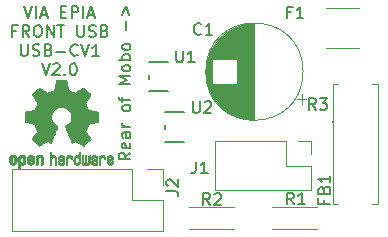
<source format=gbr>
%TF.GenerationSoftware,KiCad,Pcbnew,7.0.7*%
%TF.CreationDate,2023-10-14T22:56:05-05:00*%
%TF.ProjectId,USB-CV1,5553422d-4356-4312-9e6b-696361645f70,rev?*%
%TF.SameCoordinates,Original*%
%TF.FileFunction,Legend,Top*%
%TF.FilePolarity,Positive*%
%FSLAX46Y46*%
G04 Gerber Fmt 4.6, Leading zero omitted, Abs format (unit mm)*
G04 Created by KiCad (PCBNEW 7.0.7) date 2023-10-14 22:56:05*
%MOMM*%
%LPD*%
G01*
G04 APERTURE LIST*
%ADD10C,0.150000*%
%ADD11C,0.152400*%
%ADD12C,0.120000*%
%ADD13C,0.010000*%
G04 APERTURE END LIST*
D10*
X120639819Y-82781792D02*
X120163628Y-83115125D01*
X120639819Y-83353220D02*
X119639819Y-83353220D01*
X119639819Y-83353220D02*
X119639819Y-82972268D01*
X119639819Y-82972268D02*
X119687438Y-82877030D01*
X119687438Y-82877030D02*
X119735057Y-82829411D01*
X119735057Y-82829411D02*
X119830295Y-82781792D01*
X119830295Y-82781792D02*
X119973152Y-82781792D01*
X119973152Y-82781792D02*
X120068390Y-82829411D01*
X120068390Y-82829411D02*
X120116009Y-82877030D01*
X120116009Y-82877030D02*
X120163628Y-82972268D01*
X120163628Y-82972268D02*
X120163628Y-83353220D01*
X120592200Y-81972268D02*
X120639819Y-82067506D01*
X120639819Y-82067506D02*
X120639819Y-82257982D01*
X120639819Y-82257982D02*
X120592200Y-82353220D01*
X120592200Y-82353220D02*
X120496961Y-82400839D01*
X120496961Y-82400839D02*
X120116009Y-82400839D01*
X120116009Y-82400839D02*
X120020771Y-82353220D01*
X120020771Y-82353220D02*
X119973152Y-82257982D01*
X119973152Y-82257982D02*
X119973152Y-82067506D01*
X119973152Y-82067506D02*
X120020771Y-81972268D01*
X120020771Y-81972268D02*
X120116009Y-81924649D01*
X120116009Y-81924649D02*
X120211247Y-81924649D01*
X120211247Y-81924649D02*
X120306485Y-82400839D01*
X120639819Y-81067506D02*
X120116009Y-81067506D01*
X120116009Y-81067506D02*
X120020771Y-81115125D01*
X120020771Y-81115125D02*
X119973152Y-81210363D01*
X119973152Y-81210363D02*
X119973152Y-81400839D01*
X119973152Y-81400839D02*
X120020771Y-81496077D01*
X120592200Y-81067506D02*
X120639819Y-81162744D01*
X120639819Y-81162744D02*
X120639819Y-81400839D01*
X120639819Y-81400839D02*
X120592200Y-81496077D01*
X120592200Y-81496077D02*
X120496961Y-81543696D01*
X120496961Y-81543696D02*
X120401723Y-81543696D01*
X120401723Y-81543696D02*
X120306485Y-81496077D01*
X120306485Y-81496077D02*
X120258866Y-81400839D01*
X120258866Y-81400839D02*
X120258866Y-81162744D01*
X120258866Y-81162744D02*
X120211247Y-81067506D01*
X120639819Y-80591315D02*
X119973152Y-80591315D01*
X120163628Y-80591315D02*
X120068390Y-80543696D01*
X120068390Y-80543696D02*
X120020771Y-80496077D01*
X120020771Y-80496077D02*
X119973152Y-80400839D01*
X119973152Y-80400839D02*
X119973152Y-80305601D01*
X120639819Y-79067505D02*
X120592200Y-79162743D01*
X120592200Y-79162743D02*
X120544580Y-79210362D01*
X120544580Y-79210362D02*
X120449342Y-79257981D01*
X120449342Y-79257981D02*
X120163628Y-79257981D01*
X120163628Y-79257981D02*
X120068390Y-79210362D01*
X120068390Y-79210362D02*
X120020771Y-79162743D01*
X120020771Y-79162743D02*
X119973152Y-79067505D01*
X119973152Y-79067505D02*
X119973152Y-78924648D01*
X119973152Y-78924648D02*
X120020771Y-78829410D01*
X120020771Y-78829410D02*
X120068390Y-78781791D01*
X120068390Y-78781791D02*
X120163628Y-78734172D01*
X120163628Y-78734172D02*
X120449342Y-78734172D01*
X120449342Y-78734172D02*
X120544580Y-78781791D01*
X120544580Y-78781791D02*
X120592200Y-78829410D01*
X120592200Y-78829410D02*
X120639819Y-78924648D01*
X120639819Y-78924648D02*
X120639819Y-79067505D01*
X119973152Y-78448457D02*
X119973152Y-78067505D01*
X120639819Y-78305600D02*
X119782676Y-78305600D01*
X119782676Y-78305600D02*
X119687438Y-78257981D01*
X119687438Y-78257981D02*
X119639819Y-78162743D01*
X119639819Y-78162743D02*
X119639819Y-78067505D01*
X120639819Y-76972266D02*
X119639819Y-76972266D01*
X119639819Y-76972266D02*
X120354104Y-76638933D01*
X120354104Y-76638933D02*
X119639819Y-76305600D01*
X119639819Y-76305600D02*
X120639819Y-76305600D01*
X120639819Y-75686552D02*
X120592200Y-75781790D01*
X120592200Y-75781790D02*
X120544580Y-75829409D01*
X120544580Y-75829409D02*
X120449342Y-75877028D01*
X120449342Y-75877028D02*
X120163628Y-75877028D01*
X120163628Y-75877028D02*
X120068390Y-75829409D01*
X120068390Y-75829409D02*
X120020771Y-75781790D01*
X120020771Y-75781790D02*
X119973152Y-75686552D01*
X119973152Y-75686552D02*
X119973152Y-75543695D01*
X119973152Y-75543695D02*
X120020771Y-75448457D01*
X120020771Y-75448457D02*
X120068390Y-75400838D01*
X120068390Y-75400838D02*
X120163628Y-75353219D01*
X120163628Y-75353219D02*
X120449342Y-75353219D01*
X120449342Y-75353219D02*
X120544580Y-75400838D01*
X120544580Y-75400838D02*
X120592200Y-75448457D01*
X120592200Y-75448457D02*
X120639819Y-75543695D01*
X120639819Y-75543695D02*
X120639819Y-75686552D01*
X120639819Y-74924647D02*
X119639819Y-74924647D01*
X120020771Y-74924647D02*
X119973152Y-74829409D01*
X119973152Y-74829409D02*
X119973152Y-74638933D01*
X119973152Y-74638933D02*
X120020771Y-74543695D01*
X120020771Y-74543695D02*
X120068390Y-74496076D01*
X120068390Y-74496076D02*
X120163628Y-74448457D01*
X120163628Y-74448457D02*
X120449342Y-74448457D01*
X120449342Y-74448457D02*
X120544580Y-74496076D01*
X120544580Y-74496076D02*
X120592200Y-74543695D01*
X120592200Y-74543695D02*
X120639819Y-74638933D01*
X120639819Y-74638933D02*
X120639819Y-74829409D01*
X120639819Y-74829409D02*
X120592200Y-74924647D01*
X120639819Y-73877028D02*
X120592200Y-73972266D01*
X120592200Y-73972266D02*
X120544580Y-74019885D01*
X120544580Y-74019885D02*
X120449342Y-74067504D01*
X120449342Y-74067504D02*
X120163628Y-74067504D01*
X120163628Y-74067504D02*
X120068390Y-74019885D01*
X120068390Y-74019885D02*
X120020771Y-73972266D01*
X120020771Y-73972266D02*
X119973152Y-73877028D01*
X119973152Y-73877028D02*
X119973152Y-73734171D01*
X119973152Y-73734171D02*
X120020771Y-73638933D01*
X120020771Y-73638933D02*
X120068390Y-73591314D01*
X120068390Y-73591314D02*
X120163628Y-73543695D01*
X120163628Y-73543695D02*
X120449342Y-73543695D01*
X120449342Y-73543695D02*
X120544580Y-73591314D01*
X120544580Y-73591314D02*
X120592200Y-73638933D01*
X120592200Y-73638933D02*
X120639819Y-73734171D01*
X120639819Y-73734171D02*
X120639819Y-73877028D01*
X120258866Y-72353218D02*
X120258866Y-71591314D01*
X119973152Y-71115123D02*
X120258866Y-70353219D01*
X120258866Y-70353219D02*
X120544580Y-71115123D01*
X111660000Y-70379819D02*
X111993333Y-71379819D01*
X111993333Y-71379819D02*
X112326666Y-70379819D01*
X112660000Y-71379819D02*
X112660000Y-70379819D01*
X113088571Y-71094104D02*
X113564761Y-71094104D01*
X112993333Y-71379819D02*
X113326666Y-70379819D01*
X113326666Y-70379819D02*
X113659999Y-71379819D01*
X114755238Y-70856009D02*
X115088571Y-70856009D01*
X115231428Y-71379819D02*
X114755238Y-71379819D01*
X114755238Y-71379819D02*
X114755238Y-70379819D01*
X114755238Y-70379819D02*
X115231428Y-70379819D01*
X115660000Y-71379819D02*
X115660000Y-70379819D01*
X115660000Y-70379819D02*
X116040952Y-70379819D01*
X116040952Y-70379819D02*
X116136190Y-70427438D01*
X116136190Y-70427438D02*
X116183809Y-70475057D01*
X116183809Y-70475057D02*
X116231428Y-70570295D01*
X116231428Y-70570295D02*
X116231428Y-70713152D01*
X116231428Y-70713152D02*
X116183809Y-70808390D01*
X116183809Y-70808390D02*
X116136190Y-70856009D01*
X116136190Y-70856009D02*
X116040952Y-70903628D01*
X116040952Y-70903628D02*
X115660000Y-70903628D01*
X116660000Y-71379819D02*
X116660000Y-70379819D01*
X117088571Y-71094104D02*
X117564761Y-71094104D01*
X116993333Y-71379819D02*
X117326666Y-70379819D01*
X117326666Y-70379819D02*
X117659999Y-71379819D01*
X110993333Y-72466009D02*
X110660000Y-72466009D01*
X110660000Y-72989819D02*
X110660000Y-71989819D01*
X110660000Y-71989819D02*
X111136190Y-71989819D01*
X112088571Y-72989819D02*
X111755238Y-72513628D01*
X111517143Y-72989819D02*
X111517143Y-71989819D01*
X111517143Y-71989819D02*
X111898095Y-71989819D01*
X111898095Y-71989819D02*
X111993333Y-72037438D01*
X111993333Y-72037438D02*
X112040952Y-72085057D01*
X112040952Y-72085057D02*
X112088571Y-72180295D01*
X112088571Y-72180295D02*
X112088571Y-72323152D01*
X112088571Y-72323152D02*
X112040952Y-72418390D01*
X112040952Y-72418390D02*
X111993333Y-72466009D01*
X111993333Y-72466009D02*
X111898095Y-72513628D01*
X111898095Y-72513628D02*
X111517143Y-72513628D01*
X112707619Y-71989819D02*
X112898095Y-71989819D01*
X112898095Y-71989819D02*
X112993333Y-72037438D01*
X112993333Y-72037438D02*
X113088571Y-72132676D01*
X113088571Y-72132676D02*
X113136190Y-72323152D01*
X113136190Y-72323152D02*
X113136190Y-72656485D01*
X113136190Y-72656485D02*
X113088571Y-72846961D01*
X113088571Y-72846961D02*
X112993333Y-72942200D01*
X112993333Y-72942200D02*
X112898095Y-72989819D01*
X112898095Y-72989819D02*
X112707619Y-72989819D01*
X112707619Y-72989819D02*
X112612381Y-72942200D01*
X112612381Y-72942200D02*
X112517143Y-72846961D01*
X112517143Y-72846961D02*
X112469524Y-72656485D01*
X112469524Y-72656485D02*
X112469524Y-72323152D01*
X112469524Y-72323152D02*
X112517143Y-72132676D01*
X112517143Y-72132676D02*
X112612381Y-72037438D01*
X112612381Y-72037438D02*
X112707619Y-71989819D01*
X113564762Y-72989819D02*
X113564762Y-71989819D01*
X113564762Y-71989819D02*
X114136190Y-72989819D01*
X114136190Y-72989819D02*
X114136190Y-71989819D01*
X114469524Y-71989819D02*
X115040952Y-71989819D01*
X114755238Y-72989819D02*
X114755238Y-71989819D01*
X116136191Y-71989819D02*
X116136191Y-72799342D01*
X116136191Y-72799342D02*
X116183810Y-72894580D01*
X116183810Y-72894580D02*
X116231429Y-72942200D01*
X116231429Y-72942200D02*
X116326667Y-72989819D01*
X116326667Y-72989819D02*
X116517143Y-72989819D01*
X116517143Y-72989819D02*
X116612381Y-72942200D01*
X116612381Y-72942200D02*
X116660000Y-72894580D01*
X116660000Y-72894580D02*
X116707619Y-72799342D01*
X116707619Y-72799342D02*
X116707619Y-71989819D01*
X117136191Y-72942200D02*
X117279048Y-72989819D01*
X117279048Y-72989819D02*
X117517143Y-72989819D01*
X117517143Y-72989819D02*
X117612381Y-72942200D01*
X117612381Y-72942200D02*
X117660000Y-72894580D01*
X117660000Y-72894580D02*
X117707619Y-72799342D01*
X117707619Y-72799342D02*
X117707619Y-72704104D01*
X117707619Y-72704104D02*
X117660000Y-72608866D01*
X117660000Y-72608866D02*
X117612381Y-72561247D01*
X117612381Y-72561247D02*
X117517143Y-72513628D01*
X117517143Y-72513628D02*
X117326667Y-72466009D01*
X117326667Y-72466009D02*
X117231429Y-72418390D01*
X117231429Y-72418390D02*
X117183810Y-72370771D01*
X117183810Y-72370771D02*
X117136191Y-72275533D01*
X117136191Y-72275533D02*
X117136191Y-72180295D01*
X117136191Y-72180295D02*
X117183810Y-72085057D01*
X117183810Y-72085057D02*
X117231429Y-72037438D01*
X117231429Y-72037438D02*
X117326667Y-71989819D01*
X117326667Y-71989819D02*
X117564762Y-71989819D01*
X117564762Y-71989819D02*
X117707619Y-72037438D01*
X118469524Y-72466009D02*
X118612381Y-72513628D01*
X118612381Y-72513628D02*
X118660000Y-72561247D01*
X118660000Y-72561247D02*
X118707619Y-72656485D01*
X118707619Y-72656485D02*
X118707619Y-72799342D01*
X118707619Y-72799342D02*
X118660000Y-72894580D01*
X118660000Y-72894580D02*
X118612381Y-72942200D01*
X118612381Y-72942200D02*
X118517143Y-72989819D01*
X118517143Y-72989819D02*
X118136191Y-72989819D01*
X118136191Y-72989819D02*
X118136191Y-71989819D01*
X118136191Y-71989819D02*
X118469524Y-71989819D01*
X118469524Y-71989819D02*
X118564762Y-72037438D01*
X118564762Y-72037438D02*
X118612381Y-72085057D01*
X118612381Y-72085057D02*
X118660000Y-72180295D01*
X118660000Y-72180295D02*
X118660000Y-72275533D01*
X118660000Y-72275533D02*
X118612381Y-72370771D01*
X118612381Y-72370771D02*
X118564762Y-72418390D01*
X118564762Y-72418390D02*
X118469524Y-72466009D01*
X118469524Y-72466009D02*
X118136191Y-72466009D01*
X111374286Y-73599819D02*
X111374286Y-74409342D01*
X111374286Y-74409342D02*
X111421905Y-74504580D01*
X111421905Y-74504580D02*
X111469524Y-74552200D01*
X111469524Y-74552200D02*
X111564762Y-74599819D01*
X111564762Y-74599819D02*
X111755238Y-74599819D01*
X111755238Y-74599819D02*
X111850476Y-74552200D01*
X111850476Y-74552200D02*
X111898095Y-74504580D01*
X111898095Y-74504580D02*
X111945714Y-74409342D01*
X111945714Y-74409342D02*
X111945714Y-73599819D01*
X112374286Y-74552200D02*
X112517143Y-74599819D01*
X112517143Y-74599819D02*
X112755238Y-74599819D01*
X112755238Y-74599819D02*
X112850476Y-74552200D01*
X112850476Y-74552200D02*
X112898095Y-74504580D01*
X112898095Y-74504580D02*
X112945714Y-74409342D01*
X112945714Y-74409342D02*
X112945714Y-74314104D01*
X112945714Y-74314104D02*
X112898095Y-74218866D01*
X112898095Y-74218866D02*
X112850476Y-74171247D01*
X112850476Y-74171247D02*
X112755238Y-74123628D01*
X112755238Y-74123628D02*
X112564762Y-74076009D01*
X112564762Y-74076009D02*
X112469524Y-74028390D01*
X112469524Y-74028390D02*
X112421905Y-73980771D01*
X112421905Y-73980771D02*
X112374286Y-73885533D01*
X112374286Y-73885533D02*
X112374286Y-73790295D01*
X112374286Y-73790295D02*
X112421905Y-73695057D01*
X112421905Y-73695057D02*
X112469524Y-73647438D01*
X112469524Y-73647438D02*
X112564762Y-73599819D01*
X112564762Y-73599819D02*
X112802857Y-73599819D01*
X112802857Y-73599819D02*
X112945714Y-73647438D01*
X113707619Y-74076009D02*
X113850476Y-74123628D01*
X113850476Y-74123628D02*
X113898095Y-74171247D01*
X113898095Y-74171247D02*
X113945714Y-74266485D01*
X113945714Y-74266485D02*
X113945714Y-74409342D01*
X113945714Y-74409342D02*
X113898095Y-74504580D01*
X113898095Y-74504580D02*
X113850476Y-74552200D01*
X113850476Y-74552200D02*
X113755238Y-74599819D01*
X113755238Y-74599819D02*
X113374286Y-74599819D01*
X113374286Y-74599819D02*
X113374286Y-73599819D01*
X113374286Y-73599819D02*
X113707619Y-73599819D01*
X113707619Y-73599819D02*
X113802857Y-73647438D01*
X113802857Y-73647438D02*
X113850476Y-73695057D01*
X113850476Y-73695057D02*
X113898095Y-73790295D01*
X113898095Y-73790295D02*
X113898095Y-73885533D01*
X113898095Y-73885533D02*
X113850476Y-73980771D01*
X113850476Y-73980771D02*
X113802857Y-74028390D01*
X113802857Y-74028390D02*
X113707619Y-74076009D01*
X113707619Y-74076009D02*
X113374286Y-74076009D01*
X114374286Y-74218866D02*
X115136191Y-74218866D01*
X116183809Y-74504580D02*
X116136190Y-74552200D01*
X116136190Y-74552200D02*
X115993333Y-74599819D01*
X115993333Y-74599819D02*
X115898095Y-74599819D01*
X115898095Y-74599819D02*
X115755238Y-74552200D01*
X115755238Y-74552200D02*
X115660000Y-74456961D01*
X115660000Y-74456961D02*
X115612381Y-74361723D01*
X115612381Y-74361723D02*
X115564762Y-74171247D01*
X115564762Y-74171247D02*
X115564762Y-74028390D01*
X115564762Y-74028390D02*
X115612381Y-73837914D01*
X115612381Y-73837914D02*
X115660000Y-73742676D01*
X115660000Y-73742676D02*
X115755238Y-73647438D01*
X115755238Y-73647438D02*
X115898095Y-73599819D01*
X115898095Y-73599819D02*
X115993333Y-73599819D01*
X115993333Y-73599819D02*
X116136190Y-73647438D01*
X116136190Y-73647438D02*
X116183809Y-73695057D01*
X116469524Y-73599819D02*
X116802857Y-74599819D01*
X116802857Y-74599819D02*
X117136190Y-73599819D01*
X117993333Y-74599819D02*
X117421905Y-74599819D01*
X117707619Y-74599819D02*
X117707619Y-73599819D01*
X117707619Y-73599819D02*
X117612381Y-73742676D01*
X117612381Y-73742676D02*
X117517143Y-73837914D01*
X117517143Y-73837914D02*
X117421905Y-73885533D01*
X113136191Y-75209819D02*
X113469524Y-76209819D01*
X113469524Y-76209819D02*
X113802857Y-75209819D01*
X114088572Y-75305057D02*
X114136191Y-75257438D01*
X114136191Y-75257438D02*
X114231429Y-75209819D01*
X114231429Y-75209819D02*
X114469524Y-75209819D01*
X114469524Y-75209819D02*
X114564762Y-75257438D01*
X114564762Y-75257438D02*
X114612381Y-75305057D01*
X114612381Y-75305057D02*
X114660000Y-75400295D01*
X114660000Y-75400295D02*
X114660000Y-75495533D01*
X114660000Y-75495533D02*
X114612381Y-75638390D01*
X114612381Y-75638390D02*
X114040953Y-76209819D01*
X114040953Y-76209819D02*
X114660000Y-76209819D01*
X115088572Y-76114580D02*
X115136191Y-76162200D01*
X115136191Y-76162200D02*
X115088572Y-76209819D01*
X115088572Y-76209819D02*
X115040953Y-76162200D01*
X115040953Y-76162200D02*
X115088572Y-76114580D01*
X115088572Y-76114580D02*
X115088572Y-76209819D01*
X115755238Y-75209819D02*
X115850476Y-75209819D01*
X115850476Y-75209819D02*
X115945714Y-75257438D01*
X115945714Y-75257438D02*
X115993333Y-75305057D01*
X115993333Y-75305057D02*
X116040952Y-75400295D01*
X116040952Y-75400295D02*
X116088571Y-75590771D01*
X116088571Y-75590771D02*
X116088571Y-75828866D01*
X116088571Y-75828866D02*
X116040952Y-76019342D01*
X116040952Y-76019342D02*
X115993333Y-76114580D01*
X115993333Y-76114580D02*
X115945714Y-76162200D01*
X115945714Y-76162200D02*
X115850476Y-76209819D01*
X115850476Y-76209819D02*
X115755238Y-76209819D01*
X115755238Y-76209819D02*
X115660000Y-76162200D01*
X115660000Y-76162200D02*
X115612381Y-76114580D01*
X115612381Y-76114580D02*
X115564762Y-76019342D01*
X115564762Y-76019342D02*
X115517143Y-75828866D01*
X115517143Y-75828866D02*
X115517143Y-75590771D01*
X115517143Y-75590771D02*
X115564762Y-75400295D01*
X115564762Y-75400295D02*
X115612381Y-75305057D01*
X115612381Y-75305057D02*
X115660000Y-75257438D01*
X115660000Y-75257438D02*
X115755238Y-75209819D01*
X136333333Y-79154819D02*
X136000000Y-78678628D01*
X135761905Y-79154819D02*
X135761905Y-78154819D01*
X135761905Y-78154819D02*
X136142857Y-78154819D01*
X136142857Y-78154819D02*
X136238095Y-78202438D01*
X136238095Y-78202438D02*
X136285714Y-78250057D01*
X136285714Y-78250057D02*
X136333333Y-78345295D01*
X136333333Y-78345295D02*
X136333333Y-78488152D01*
X136333333Y-78488152D02*
X136285714Y-78583390D01*
X136285714Y-78583390D02*
X136238095Y-78631009D01*
X136238095Y-78631009D02*
X136142857Y-78678628D01*
X136142857Y-78678628D02*
X135761905Y-78678628D01*
X136666667Y-78154819D02*
X137285714Y-78154819D01*
X137285714Y-78154819D02*
X136952381Y-78535771D01*
X136952381Y-78535771D02*
X137095238Y-78535771D01*
X137095238Y-78535771D02*
X137190476Y-78583390D01*
X137190476Y-78583390D02*
X137238095Y-78631009D01*
X137238095Y-78631009D02*
X137285714Y-78726247D01*
X137285714Y-78726247D02*
X137285714Y-78964342D01*
X137285714Y-78964342D02*
X137238095Y-79059580D01*
X137238095Y-79059580D02*
X137190476Y-79107200D01*
X137190476Y-79107200D02*
X137095238Y-79154819D01*
X137095238Y-79154819D02*
X136809524Y-79154819D01*
X136809524Y-79154819D02*
X136714286Y-79107200D01*
X136714286Y-79107200D02*
X136666667Y-79059580D01*
X123694819Y-86033333D02*
X124409104Y-86033333D01*
X124409104Y-86033333D02*
X124551961Y-86080952D01*
X124551961Y-86080952D02*
X124647200Y-86176190D01*
X124647200Y-86176190D02*
X124694819Y-86319047D01*
X124694819Y-86319047D02*
X124694819Y-86414285D01*
X123790057Y-85604761D02*
X123742438Y-85557142D01*
X123742438Y-85557142D02*
X123694819Y-85461904D01*
X123694819Y-85461904D02*
X123694819Y-85223809D01*
X123694819Y-85223809D02*
X123742438Y-85128571D01*
X123742438Y-85128571D02*
X123790057Y-85080952D01*
X123790057Y-85080952D02*
X123885295Y-85033333D01*
X123885295Y-85033333D02*
X123980533Y-85033333D01*
X123980533Y-85033333D02*
X124123390Y-85080952D01*
X124123390Y-85080952D02*
X124694819Y-85652380D01*
X124694819Y-85652380D02*
X124694819Y-85033333D01*
X125938095Y-78424819D02*
X125938095Y-79234342D01*
X125938095Y-79234342D02*
X125985714Y-79329580D01*
X125985714Y-79329580D02*
X126033333Y-79377200D01*
X126033333Y-79377200D02*
X126128571Y-79424819D01*
X126128571Y-79424819D02*
X126319047Y-79424819D01*
X126319047Y-79424819D02*
X126414285Y-79377200D01*
X126414285Y-79377200D02*
X126461904Y-79329580D01*
X126461904Y-79329580D02*
X126509523Y-79234342D01*
X126509523Y-79234342D02*
X126509523Y-78424819D01*
X126938095Y-78520057D02*
X126985714Y-78472438D01*
X126985714Y-78472438D02*
X127080952Y-78424819D01*
X127080952Y-78424819D02*
X127319047Y-78424819D01*
X127319047Y-78424819D02*
X127414285Y-78472438D01*
X127414285Y-78472438D02*
X127461904Y-78520057D01*
X127461904Y-78520057D02*
X127509523Y-78615295D01*
X127509523Y-78615295D02*
X127509523Y-78710533D01*
X127509523Y-78710533D02*
X127461904Y-78853390D01*
X127461904Y-78853390D02*
X126890476Y-79424819D01*
X126890476Y-79424819D02*
X127509523Y-79424819D01*
X127383333Y-87204819D02*
X127050000Y-86728628D01*
X126811905Y-87204819D02*
X126811905Y-86204819D01*
X126811905Y-86204819D02*
X127192857Y-86204819D01*
X127192857Y-86204819D02*
X127288095Y-86252438D01*
X127288095Y-86252438D02*
X127335714Y-86300057D01*
X127335714Y-86300057D02*
X127383333Y-86395295D01*
X127383333Y-86395295D02*
X127383333Y-86538152D01*
X127383333Y-86538152D02*
X127335714Y-86633390D01*
X127335714Y-86633390D02*
X127288095Y-86681009D01*
X127288095Y-86681009D02*
X127192857Y-86728628D01*
X127192857Y-86728628D02*
X126811905Y-86728628D01*
X127764286Y-86300057D02*
X127811905Y-86252438D01*
X127811905Y-86252438D02*
X127907143Y-86204819D01*
X127907143Y-86204819D02*
X128145238Y-86204819D01*
X128145238Y-86204819D02*
X128240476Y-86252438D01*
X128240476Y-86252438D02*
X128288095Y-86300057D01*
X128288095Y-86300057D02*
X128335714Y-86395295D01*
X128335714Y-86395295D02*
X128335714Y-86490533D01*
X128335714Y-86490533D02*
X128288095Y-86633390D01*
X128288095Y-86633390D02*
X127716667Y-87204819D01*
X127716667Y-87204819D02*
X128335714Y-87204819D01*
X134236666Y-70891009D02*
X133903333Y-70891009D01*
X133903333Y-71414819D02*
X133903333Y-70414819D01*
X133903333Y-70414819D02*
X134379523Y-70414819D01*
X135284285Y-71414819D02*
X134712857Y-71414819D01*
X134998571Y-71414819D02*
X134998571Y-70414819D01*
X134998571Y-70414819D02*
X134903333Y-70557676D01*
X134903333Y-70557676D02*
X134808095Y-70652914D01*
X134808095Y-70652914D02*
X134712857Y-70700533D01*
X126186666Y-83534819D02*
X126186666Y-84249104D01*
X126186666Y-84249104D02*
X126139047Y-84391961D01*
X126139047Y-84391961D02*
X126043809Y-84487200D01*
X126043809Y-84487200D02*
X125900952Y-84534819D01*
X125900952Y-84534819D02*
X125805714Y-84534819D01*
X127186666Y-84534819D02*
X126615238Y-84534819D01*
X126900952Y-84534819D02*
X126900952Y-83534819D01*
X126900952Y-83534819D02*
X126805714Y-83677676D01*
X126805714Y-83677676D02*
X126710476Y-83772914D01*
X126710476Y-83772914D02*
X126615238Y-83820533D01*
X126643333Y-72709580D02*
X126595714Y-72757200D01*
X126595714Y-72757200D02*
X126452857Y-72804819D01*
X126452857Y-72804819D02*
X126357619Y-72804819D01*
X126357619Y-72804819D02*
X126214762Y-72757200D01*
X126214762Y-72757200D02*
X126119524Y-72661961D01*
X126119524Y-72661961D02*
X126071905Y-72566723D01*
X126071905Y-72566723D02*
X126024286Y-72376247D01*
X126024286Y-72376247D02*
X126024286Y-72233390D01*
X126024286Y-72233390D02*
X126071905Y-72042914D01*
X126071905Y-72042914D02*
X126119524Y-71947676D01*
X126119524Y-71947676D02*
X126214762Y-71852438D01*
X126214762Y-71852438D02*
X126357619Y-71804819D01*
X126357619Y-71804819D02*
X126452857Y-71804819D01*
X126452857Y-71804819D02*
X126595714Y-71852438D01*
X126595714Y-71852438D02*
X126643333Y-71900057D01*
X127595714Y-72804819D02*
X127024286Y-72804819D01*
X127310000Y-72804819D02*
X127310000Y-71804819D01*
X127310000Y-71804819D02*
X127214762Y-71947676D01*
X127214762Y-71947676D02*
X127119524Y-72042914D01*
X127119524Y-72042914D02*
X127024286Y-72090533D01*
X124528095Y-74134819D02*
X124528095Y-74944342D01*
X124528095Y-74944342D02*
X124575714Y-75039580D01*
X124575714Y-75039580D02*
X124623333Y-75087200D01*
X124623333Y-75087200D02*
X124718571Y-75134819D01*
X124718571Y-75134819D02*
X124909047Y-75134819D01*
X124909047Y-75134819D02*
X125004285Y-75087200D01*
X125004285Y-75087200D02*
X125051904Y-75039580D01*
X125051904Y-75039580D02*
X125099523Y-74944342D01*
X125099523Y-74944342D02*
X125099523Y-74134819D01*
X126099523Y-75134819D02*
X125528095Y-75134819D01*
X125813809Y-75134819D02*
X125813809Y-74134819D01*
X125813809Y-74134819D02*
X125718571Y-74277676D01*
X125718571Y-74277676D02*
X125623333Y-74372914D01*
X125623333Y-74372914D02*
X125528095Y-74420533D01*
X134473333Y-87164819D02*
X134140000Y-86688628D01*
X133901905Y-87164819D02*
X133901905Y-86164819D01*
X133901905Y-86164819D02*
X134282857Y-86164819D01*
X134282857Y-86164819D02*
X134378095Y-86212438D01*
X134378095Y-86212438D02*
X134425714Y-86260057D01*
X134425714Y-86260057D02*
X134473333Y-86355295D01*
X134473333Y-86355295D02*
X134473333Y-86498152D01*
X134473333Y-86498152D02*
X134425714Y-86593390D01*
X134425714Y-86593390D02*
X134378095Y-86641009D01*
X134378095Y-86641009D02*
X134282857Y-86688628D01*
X134282857Y-86688628D02*
X133901905Y-86688628D01*
X135425714Y-87164819D02*
X134854286Y-87164819D01*
X135140000Y-87164819D02*
X135140000Y-86164819D01*
X135140000Y-86164819D02*
X135044762Y-86307676D01*
X135044762Y-86307676D02*
X134949524Y-86402914D01*
X134949524Y-86402914D02*
X134854286Y-86450533D01*
X137031009Y-86773333D02*
X137031009Y-87106666D01*
X137554819Y-87106666D02*
X136554819Y-87106666D01*
X136554819Y-87106666D02*
X136554819Y-86630476D01*
X137031009Y-85916190D02*
X137078628Y-85773333D01*
X137078628Y-85773333D02*
X137126247Y-85725714D01*
X137126247Y-85725714D02*
X137221485Y-85678095D01*
X137221485Y-85678095D02*
X137364342Y-85678095D01*
X137364342Y-85678095D02*
X137459580Y-85725714D01*
X137459580Y-85725714D02*
X137507200Y-85773333D01*
X137507200Y-85773333D02*
X137554819Y-85868571D01*
X137554819Y-85868571D02*
X137554819Y-86249523D01*
X137554819Y-86249523D02*
X136554819Y-86249523D01*
X136554819Y-86249523D02*
X136554819Y-85916190D01*
X136554819Y-85916190D02*
X136602438Y-85820952D01*
X136602438Y-85820952D02*
X136650057Y-85773333D01*
X136650057Y-85773333D02*
X136745295Y-85725714D01*
X136745295Y-85725714D02*
X136840533Y-85725714D01*
X136840533Y-85725714D02*
X136935771Y-85773333D01*
X136935771Y-85773333D02*
X136983390Y-85820952D01*
X136983390Y-85820952D02*
X137031009Y-85916190D01*
X137031009Y-85916190D02*
X137031009Y-86249523D01*
X137554819Y-84725714D02*
X137554819Y-85297142D01*
X137554819Y-85011428D02*
X136554819Y-85011428D01*
X136554819Y-85011428D02*
X136697676Y-85106666D01*
X136697676Y-85106666D02*
X136792914Y-85201904D01*
X136792914Y-85201904D02*
X136840533Y-85297142D01*
D11*
%TO.C,R3*%
X137876300Y-80190000D02*
G75*
G03*
X137876300Y-80190000I-76200J0D01*
G01*
D12*
%TO.C,J2*%
X123400000Y-84180000D02*
X123400000Y-85510000D01*
X122070000Y-84180000D02*
X123400000Y-84180000D01*
X120800000Y-84180000D02*
X110580000Y-84180000D01*
X120800000Y-84180000D02*
X120800000Y-86780000D01*
X110580000Y-84180000D02*
X110580000Y-89380000D01*
X123400000Y-86780000D02*
X123400000Y-89380000D01*
X120800000Y-86780000D02*
X123400000Y-86780000D01*
X123400000Y-89380000D02*
X110580000Y-89380000D01*
D11*
%TO.C,U2*%
X125150100Y-79378100D02*
X123549900Y-79378100D01*
X123549900Y-81841900D02*
X125150100Y-81841900D01*
X123549900Y-80445141D02*
X123549900Y-80774859D01*
D12*
%TO.C,R2*%
X125580000Y-87400000D02*
X129420000Y-87400000D01*
X125580000Y-89240000D02*
X129420000Y-89240000D01*
%TO.C,F1*%
X137233748Y-70510000D02*
X140006252Y-70510000D01*
X137233748Y-73930000D02*
X140006252Y-73930000D01*
%TO.C,REF\u002A\u002A*%
D13*
X118360807Y-83006782D02*
X118384161Y-83016988D01*
X118439902Y-83061134D01*
X118487569Y-83124967D01*
X118517048Y-83193087D01*
X118521846Y-83226670D01*
X118505760Y-83273556D01*
X118470475Y-83298365D01*
X118432644Y-83313387D01*
X118415321Y-83316155D01*
X118406886Y-83296066D01*
X118390230Y-83252351D01*
X118382923Y-83232598D01*
X118341948Y-83164271D01*
X118282622Y-83130191D01*
X118206552Y-83131239D01*
X118200918Y-83132581D01*
X118160305Y-83151836D01*
X118130448Y-83189375D01*
X118110055Y-83249809D01*
X118097836Y-83337751D01*
X118092500Y-83457813D01*
X118092000Y-83521698D01*
X118091752Y-83622403D01*
X118090126Y-83691054D01*
X118085801Y-83734673D01*
X118077454Y-83760282D01*
X118063765Y-83774903D01*
X118043411Y-83785558D01*
X118042234Y-83786095D01*
X118003038Y-83802667D01*
X117983619Y-83808769D01*
X117980635Y-83790319D01*
X117978081Y-83739323D01*
X117976140Y-83662308D01*
X117974997Y-83565805D01*
X117974769Y-83495184D01*
X117975932Y-83358525D01*
X117980479Y-83254851D01*
X117989999Y-83178108D01*
X118006081Y-83122246D01*
X118030313Y-83081212D01*
X118064286Y-83048954D01*
X118097833Y-83026440D01*
X118178499Y-82996476D01*
X118272381Y-82989718D01*
X118360807Y-83006782D01*
G36*
X118360807Y-83006782D02*
G01*
X118384161Y-83016988D01*
X118439902Y-83061134D01*
X118487569Y-83124967D01*
X118517048Y-83193087D01*
X118521846Y-83226670D01*
X118505760Y-83273556D01*
X118470475Y-83298365D01*
X118432644Y-83313387D01*
X118415321Y-83316155D01*
X118406886Y-83296066D01*
X118390230Y-83252351D01*
X118382923Y-83232598D01*
X118341948Y-83164271D01*
X118282622Y-83130191D01*
X118206552Y-83131239D01*
X118200918Y-83132581D01*
X118160305Y-83151836D01*
X118130448Y-83189375D01*
X118110055Y-83249809D01*
X118097836Y-83337751D01*
X118092500Y-83457813D01*
X118092000Y-83521698D01*
X118091752Y-83622403D01*
X118090126Y-83691054D01*
X118085801Y-83734673D01*
X118077454Y-83760282D01*
X118063765Y-83774903D01*
X118043411Y-83785558D01*
X118042234Y-83786095D01*
X118003038Y-83802667D01*
X117983619Y-83808769D01*
X117980635Y-83790319D01*
X117978081Y-83739323D01*
X117976140Y-83662308D01*
X117974997Y-83565805D01*
X117974769Y-83495184D01*
X117975932Y-83358525D01*
X117980479Y-83254851D01*
X117989999Y-83178108D01*
X118006081Y-83122246D01*
X118030313Y-83081212D01*
X118064286Y-83048954D01*
X118097833Y-83026440D01*
X118178499Y-82996476D01*
X118272381Y-82989718D01*
X118360807Y-83006782D01*
G37*
X113061664Y-82965089D02*
X113124367Y-83001358D01*
X113167961Y-83037358D01*
X113199845Y-83075075D01*
X113221810Y-83121199D01*
X113235649Y-83182421D01*
X113243153Y-83265431D01*
X113246117Y-83376919D01*
X113246461Y-83457062D01*
X113246461Y-83752065D01*
X113080385Y-83826515D01*
X113070615Y-83503402D01*
X113066579Y-83382729D01*
X113062344Y-83295141D01*
X113057097Y-83234650D01*
X113050025Y-83195268D01*
X113040311Y-83171007D01*
X113027144Y-83155880D01*
X113022919Y-83152606D01*
X112958909Y-83127034D01*
X112894208Y-83137153D01*
X112855692Y-83164000D01*
X112840025Y-83183024D01*
X112829180Y-83207988D01*
X112822288Y-83245834D01*
X112818479Y-83303502D01*
X112816883Y-83387935D01*
X112816615Y-83475928D01*
X112816563Y-83586323D01*
X112814672Y-83664463D01*
X112808345Y-83717165D01*
X112794983Y-83751242D01*
X112771985Y-83773511D01*
X112736754Y-83790787D01*
X112689697Y-83808738D01*
X112638303Y-83828278D01*
X112644421Y-83481485D01*
X112646884Y-83356468D01*
X112649767Y-83264082D01*
X112653898Y-83197881D01*
X112660107Y-83151420D01*
X112669226Y-83118256D01*
X112682083Y-83091944D01*
X112697584Y-83068729D01*
X112772371Y-82994569D01*
X112863628Y-82951684D01*
X112962883Y-82941412D01*
X113061664Y-82965089D01*
G36*
X113061664Y-82965089D02*
G01*
X113124367Y-83001358D01*
X113167961Y-83037358D01*
X113199845Y-83075075D01*
X113221810Y-83121199D01*
X113235649Y-83182421D01*
X113243153Y-83265431D01*
X113246117Y-83376919D01*
X113246461Y-83457062D01*
X113246461Y-83752065D01*
X113080385Y-83826515D01*
X113070615Y-83503402D01*
X113066579Y-83382729D01*
X113062344Y-83295141D01*
X113057097Y-83234650D01*
X113050025Y-83195268D01*
X113040311Y-83171007D01*
X113027144Y-83155880D01*
X113022919Y-83152606D01*
X112958909Y-83127034D01*
X112894208Y-83137153D01*
X112855692Y-83164000D01*
X112840025Y-83183024D01*
X112829180Y-83207988D01*
X112822288Y-83245834D01*
X112818479Y-83303502D01*
X112816883Y-83387935D01*
X112816615Y-83475928D01*
X112816563Y-83586323D01*
X112814672Y-83664463D01*
X112808345Y-83717165D01*
X112794983Y-83751242D01*
X112771985Y-83773511D01*
X112736754Y-83790787D01*
X112689697Y-83808738D01*
X112638303Y-83828278D01*
X112644421Y-83481485D01*
X112646884Y-83356468D01*
X112649767Y-83264082D01*
X112653898Y-83197881D01*
X112660107Y-83151420D01*
X112669226Y-83118256D01*
X112682083Y-83091944D01*
X112697584Y-83068729D01*
X112772371Y-82994569D01*
X112863628Y-82951684D01*
X112962883Y-82941412D01*
X113061664Y-82965089D01*
G37*
X115503362Y-82994670D02*
X115592117Y-83027421D01*
X115664022Y-83085350D01*
X115692144Y-83126128D01*
X115722802Y-83200954D01*
X115722165Y-83255058D01*
X115689987Y-83291446D01*
X115678081Y-83297633D01*
X115626675Y-83316925D01*
X115600422Y-83311982D01*
X115591530Y-83279587D01*
X115591077Y-83261692D01*
X115574797Y-83195859D01*
X115532365Y-83149807D01*
X115473388Y-83127564D01*
X115407475Y-83133161D01*
X115353895Y-83162229D01*
X115335798Y-83178810D01*
X115322971Y-83198925D01*
X115314306Y-83229332D01*
X115308696Y-83276788D01*
X115305035Y-83348050D01*
X115302215Y-83449875D01*
X115301484Y-83482115D01*
X115298820Y-83592410D01*
X115295792Y-83670036D01*
X115291250Y-83721396D01*
X115284046Y-83752890D01*
X115273033Y-83770920D01*
X115257060Y-83781888D01*
X115246834Y-83786733D01*
X115203406Y-83803301D01*
X115177842Y-83808769D01*
X115169395Y-83790507D01*
X115164239Y-83735296D01*
X115162346Y-83642499D01*
X115163689Y-83511478D01*
X115164107Y-83491269D01*
X115167058Y-83371733D01*
X115170548Y-83284449D01*
X115175514Y-83222591D01*
X115182893Y-83179336D01*
X115193624Y-83147860D01*
X115208645Y-83121339D01*
X115216502Y-83109975D01*
X115261553Y-83059692D01*
X115311940Y-83020581D01*
X115318108Y-83017167D01*
X115408458Y-82990212D01*
X115503362Y-82994670D01*
G36*
X115503362Y-82994670D02*
G01*
X115592117Y-83027421D01*
X115664022Y-83085350D01*
X115692144Y-83126128D01*
X115722802Y-83200954D01*
X115722165Y-83255058D01*
X115689987Y-83291446D01*
X115678081Y-83297633D01*
X115626675Y-83316925D01*
X115600422Y-83311982D01*
X115591530Y-83279587D01*
X115591077Y-83261692D01*
X115574797Y-83195859D01*
X115532365Y-83149807D01*
X115473388Y-83127564D01*
X115407475Y-83133161D01*
X115353895Y-83162229D01*
X115335798Y-83178810D01*
X115322971Y-83198925D01*
X115314306Y-83229332D01*
X115308696Y-83276788D01*
X115305035Y-83348050D01*
X115302215Y-83449875D01*
X115301484Y-83482115D01*
X115298820Y-83592410D01*
X115295792Y-83670036D01*
X115291250Y-83721396D01*
X115284046Y-83752890D01*
X115273033Y-83770920D01*
X115257060Y-83781888D01*
X115246834Y-83786733D01*
X115203406Y-83803301D01*
X115177842Y-83808769D01*
X115169395Y-83790507D01*
X115164239Y-83735296D01*
X115162346Y-83642499D01*
X115163689Y-83511478D01*
X115164107Y-83491269D01*
X115167058Y-83371733D01*
X115170548Y-83284449D01*
X115175514Y-83222591D01*
X115182893Y-83179336D01*
X115193624Y-83147860D01*
X115208645Y-83121339D01*
X115216502Y-83109975D01*
X115261553Y-83059692D01*
X115311940Y-83020581D01*
X115318108Y-83017167D01*
X115408458Y-82990212D01*
X115503362Y-82994670D01*
G37*
X113949846Y-82862120D02*
X113955572Y-82941980D01*
X113962149Y-82989039D01*
X113971262Y-83009566D01*
X113984598Y-83009829D01*
X113988923Y-83007378D01*
X114046444Y-82989636D01*
X114121268Y-82990672D01*
X114197339Y-83008910D01*
X114244918Y-83032505D01*
X114293702Y-83070198D01*
X114329364Y-83112855D01*
X114353845Y-83167057D01*
X114369087Y-83239384D01*
X114377030Y-83336419D01*
X114379616Y-83464742D01*
X114379662Y-83489358D01*
X114379692Y-83765870D01*
X114318161Y-83787320D01*
X114274459Y-83801912D01*
X114250482Y-83808706D01*
X114249777Y-83808769D01*
X114247415Y-83790345D01*
X114245406Y-83739526D01*
X114243901Y-83662993D01*
X114243053Y-83567430D01*
X114242923Y-83509329D01*
X114242651Y-83394771D01*
X114241252Y-83312667D01*
X114237849Y-83256393D01*
X114231567Y-83219326D01*
X114221529Y-83194844D01*
X114206861Y-83176325D01*
X114197702Y-83167406D01*
X114134789Y-83131466D01*
X114066136Y-83128775D01*
X114003848Y-83159170D01*
X113992329Y-83170144D01*
X113975433Y-83190779D01*
X113963714Y-83215256D01*
X113956233Y-83250647D01*
X113952054Y-83304026D01*
X113950237Y-83382466D01*
X113949846Y-83490617D01*
X113949846Y-83765870D01*
X113888315Y-83787320D01*
X113844613Y-83801912D01*
X113820636Y-83808706D01*
X113819930Y-83808769D01*
X113818126Y-83790069D01*
X113816500Y-83737322D01*
X113815117Y-83655557D01*
X113814042Y-83549805D01*
X113813340Y-83425094D01*
X113813077Y-83286455D01*
X113813077Y-82751806D01*
X113940077Y-82698236D01*
X113949846Y-82862120D01*
G36*
X113949846Y-82862120D02*
G01*
X113955572Y-82941980D01*
X113962149Y-82989039D01*
X113971262Y-83009566D01*
X113984598Y-83009829D01*
X113988923Y-83007378D01*
X114046444Y-82989636D01*
X114121268Y-82990672D01*
X114197339Y-83008910D01*
X114244918Y-83032505D01*
X114293702Y-83070198D01*
X114329364Y-83112855D01*
X114353845Y-83167057D01*
X114369087Y-83239384D01*
X114377030Y-83336419D01*
X114379616Y-83464742D01*
X114379662Y-83489358D01*
X114379692Y-83765870D01*
X114318161Y-83787320D01*
X114274459Y-83801912D01*
X114250482Y-83808706D01*
X114249777Y-83808769D01*
X114247415Y-83790345D01*
X114245406Y-83739526D01*
X114243901Y-83662993D01*
X114243053Y-83567430D01*
X114242923Y-83509329D01*
X114242651Y-83394771D01*
X114241252Y-83312667D01*
X114237849Y-83256393D01*
X114231567Y-83219326D01*
X114221529Y-83194844D01*
X114206861Y-83176325D01*
X114197702Y-83167406D01*
X114134789Y-83131466D01*
X114066136Y-83128775D01*
X114003848Y-83159170D01*
X113992329Y-83170144D01*
X113975433Y-83190779D01*
X113963714Y-83215256D01*
X113956233Y-83250647D01*
X113952054Y-83304026D01*
X113950237Y-83382466D01*
X113949846Y-83490617D01*
X113949846Y-83765870D01*
X113888315Y-83787320D01*
X113844613Y-83801912D01*
X113820636Y-83808706D01*
X113819930Y-83808769D01*
X113818126Y-83790069D01*
X113816500Y-83737322D01*
X113815117Y-83655557D01*
X113814042Y-83549805D01*
X113813340Y-83425094D01*
X113813077Y-83286455D01*
X113813077Y-82751806D01*
X113940077Y-82698236D01*
X113949846Y-82862120D01*
G37*
X117185929Y-83006662D02*
X117188911Y-83058068D01*
X117191247Y-83136192D01*
X117192749Y-83234857D01*
X117193231Y-83338343D01*
X117193231Y-83688533D01*
X117131401Y-83750363D01*
X117088793Y-83788462D01*
X117051390Y-83803895D01*
X117000270Y-83802918D01*
X116979978Y-83800433D01*
X116916554Y-83793200D01*
X116864095Y-83789055D01*
X116851308Y-83788672D01*
X116808199Y-83791176D01*
X116746544Y-83797462D01*
X116722638Y-83800433D01*
X116663922Y-83805028D01*
X116624464Y-83795046D01*
X116585338Y-83764228D01*
X116571215Y-83750363D01*
X116509385Y-83688533D01*
X116509385Y-83033503D01*
X116559150Y-83010829D01*
X116602002Y-82994034D01*
X116627073Y-82988154D01*
X116633501Y-83006736D01*
X116639509Y-83058655D01*
X116644697Y-83138172D01*
X116648664Y-83239546D01*
X116650577Y-83325192D01*
X116655923Y-83662231D01*
X116702560Y-83668825D01*
X116744976Y-83664214D01*
X116765760Y-83649287D01*
X116771570Y-83621377D01*
X116776530Y-83561925D01*
X116780246Y-83478466D01*
X116782324Y-83378532D01*
X116782624Y-83327104D01*
X116782923Y-83031054D01*
X116844454Y-83009604D01*
X116888004Y-82995020D01*
X116911694Y-82988219D01*
X116912377Y-82988154D01*
X116914754Y-83006642D01*
X116917366Y-83057906D01*
X116919995Y-83135649D01*
X116922421Y-83233574D01*
X116924115Y-83325192D01*
X116929461Y-83662231D01*
X117046692Y-83662231D01*
X117052072Y-83354746D01*
X117057451Y-83047261D01*
X117114601Y-83017707D01*
X117156797Y-82997413D01*
X117181770Y-82988204D01*
X117182491Y-82988154D01*
X117185929Y-83006662D01*
G36*
X117185929Y-83006662D02*
G01*
X117188911Y-83058068D01*
X117191247Y-83136192D01*
X117192749Y-83234857D01*
X117193231Y-83338343D01*
X117193231Y-83688533D01*
X117131401Y-83750363D01*
X117088793Y-83788462D01*
X117051390Y-83803895D01*
X117000270Y-83802918D01*
X116979978Y-83800433D01*
X116916554Y-83793200D01*
X116864095Y-83789055D01*
X116851308Y-83788672D01*
X116808199Y-83791176D01*
X116746544Y-83797462D01*
X116722638Y-83800433D01*
X116663922Y-83805028D01*
X116624464Y-83795046D01*
X116585338Y-83764228D01*
X116571215Y-83750363D01*
X116509385Y-83688533D01*
X116509385Y-83033503D01*
X116559150Y-83010829D01*
X116602002Y-82994034D01*
X116627073Y-82988154D01*
X116633501Y-83006736D01*
X116639509Y-83058655D01*
X116644697Y-83138172D01*
X116648664Y-83239546D01*
X116650577Y-83325192D01*
X116655923Y-83662231D01*
X116702560Y-83668825D01*
X116744976Y-83664214D01*
X116765760Y-83649287D01*
X116771570Y-83621377D01*
X116776530Y-83561925D01*
X116780246Y-83478466D01*
X116782324Y-83378532D01*
X116782624Y-83327104D01*
X116782923Y-83031054D01*
X116844454Y-83009604D01*
X116888004Y-82995020D01*
X116911694Y-82988219D01*
X116912377Y-82988154D01*
X116914754Y-83006642D01*
X116917366Y-83057906D01*
X116919995Y-83135649D01*
X116922421Y-83233574D01*
X116924115Y-83325192D01*
X116929461Y-83662231D01*
X117046692Y-83662231D01*
X117052072Y-83354746D01*
X117057451Y-83047261D01*
X117114601Y-83017707D01*
X117156797Y-82997413D01*
X117181770Y-82988204D01*
X117182491Y-82988154D01*
X117185929Y-83006662D01*
G37*
X110806886Y-82957256D02*
X110898464Y-83005409D01*
X110966049Y-83082905D01*
X110990057Y-83132727D01*
X111008738Y-83207533D01*
X111018301Y-83302052D01*
X111019208Y-83405210D01*
X111011921Y-83505935D01*
X110996903Y-83593153D01*
X110974615Y-83655791D01*
X110967765Y-83666579D01*
X110886632Y-83747105D01*
X110790266Y-83795336D01*
X110685701Y-83809450D01*
X110579968Y-83787629D01*
X110550543Y-83774547D01*
X110493241Y-83734231D01*
X110442950Y-83680775D01*
X110438197Y-83673995D01*
X110418878Y-83641321D01*
X110406108Y-83606394D01*
X110398564Y-83560414D01*
X110394924Y-83494584D01*
X110393865Y-83400105D01*
X110393846Y-83378923D01*
X110393894Y-83372182D01*
X110589231Y-83372182D01*
X110590368Y-83461349D01*
X110594841Y-83520520D01*
X110604246Y-83558741D01*
X110620176Y-83585053D01*
X110628308Y-83593846D01*
X110675058Y-83627261D01*
X110720447Y-83625737D01*
X110766340Y-83596752D01*
X110793712Y-83565809D01*
X110809923Y-83520643D01*
X110819026Y-83449420D01*
X110819651Y-83441114D01*
X110821204Y-83312037D01*
X110804965Y-83216172D01*
X110771152Y-83154107D01*
X110719984Y-83126432D01*
X110701720Y-83124923D01*
X110653760Y-83132513D01*
X110620953Y-83158808D01*
X110600895Y-83209095D01*
X110591178Y-83288664D01*
X110589231Y-83372182D01*
X110393894Y-83372182D01*
X110394574Y-83278249D01*
X110397629Y-83207906D01*
X110404322Y-83159163D01*
X110415960Y-83123288D01*
X110433853Y-83091548D01*
X110437808Y-83085648D01*
X110504267Y-83006104D01*
X110576685Y-82959929D01*
X110664849Y-82941599D01*
X110694787Y-82940703D01*
X110806886Y-82957256D01*
G36*
X110806886Y-82957256D02*
G01*
X110898464Y-83005409D01*
X110966049Y-83082905D01*
X110990057Y-83132727D01*
X111008738Y-83207533D01*
X111018301Y-83302052D01*
X111019208Y-83405210D01*
X111011921Y-83505935D01*
X110996903Y-83593153D01*
X110974615Y-83655791D01*
X110967765Y-83666579D01*
X110886632Y-83747105D01*
X110790266Y-83795336D01*
X110685701Y-83809450D01*
X110579968Y-83787629D01*
X110550543Y-83774547D01*
X110493241Y-83734231D01*
X110442950Y-83680775D01*
X110438197Y-83673995D01*
X110418878Y-83641321D01*
X110406108Y-83606394D01*
X110398564Y-83560414D01*
X110394924Y-83494584D01*
X110393865Y-83400105D01*
X110393846Y-83378923D01*
X110393894Y-83372182D01*
X110589231Y-83372182D01*
X110590368Y-83461349D01*
X110594841Y-83520520D01*
X110604246Y-83558741D01*
X110620176Y-83585053D01*
X110628308Y-83593846D01*
X110675058Y-83627261D01*
X110720447Y-83625737D01*
X110766340Y-83596752D01*
X110793712Y-83565809D01*
X110809923Y-83520643D01*
X110819026Y-83449420D01*
X110819651Y-83441114D01*
X110821204Y-83312037D01*
X110804965Y-83216172D01*
X110771152Y-83154107D01*
X110719984Y-83126432D01*
X110701720Y-83124923D01*
X110653760Y-83132513D01*
X110620953Y-83158808D01*
X110600895Y-83209095D01*
X110591178Y-83288664D01*
X110589231Y-83372182D01*
X110393894Y-83372182D01*
X110394574Y-83278249D01*
X110397629Y-83207906D01*
X110404322Y-83159163D01*
X110415960Y-83123288D01*
X110433853Y-83091548D01*
X110437808Y-83085648D01*
X110504267Y-83006104D01*
X110576685Y-82959929D01*
X110664849Y-82941599D01*
X110694787Y-82940703D01*
X110806886Y-82957256D01*
G37*
X119035224Y-83017838D02*
X119112528Y-83068361D01*
X119149814Y-83113590D01*
X119179353Y-83195663D01*
X119181699Y-83260607D01*
X119176385Y-83347445D01*
X118976115Y-83435103D01*
X118878739Y-83479887D01*
X118815113Y-83515913D01*
X118782029Y-83547117D01*
X118776280Y-83577436D01*
X118794658Y-83610805D01*
X118814923Y-83632923D01*
X118873889Y-83668393D01*
X118938024Y-83670879D01*
X118996926Y-83643235D01*
X119040197Y-83588320D01*
X119047936Y-83568928D01*
X119085006Y-83508364D01*
X119127654Y-83482552D01*
X119186154Y-83460471D01*
X119186154Y-83544184D01*
X119180982Y-83601150D01*
X119160723Y-83649189D01*
X119118262Y-83704346D01*
X119111951Y-83711514D01*
X119064720Y-83760585D01*
X119024121Y-83786920D01*
X118973328Y-83799035D01*
X118931220Y-83803003D01*
X118855902Y-83803991D01*
X118802286Y-83791466D01*
X118768838Y-83772869D01*
X118716268Y-83731975D01*
X118679879Y-83687748D01*
X118656850Y-83632126D01*
X118644359Y-83557047D01*
X118639587Y-83454449D01*
X118639206Y-83402376D01*
X118640501Y-83339948D01*
X118758471Y-83339948D01*
X118759839Y-83373438D01*
X118763249Y-83378923D01*
X118785753Y-83371472D01*
X118834182Y-83351753D01*
X118898908Y-83323718D01*
X118912443Y-83317692D01*
X118994244Y-83276096D01*
X119039312Y-83239538D01*
X119049217Y-83205296D01*
X119025526Y-83170648D01*
X119005960Y-83155339D01*
X118935360Y-83124721D01*
X118869280Y-83129780D01*
X118813959Y-83167151D01*
X118775636Y-83233473D01*
X118763349Y-83286116D01*
X118758471Y-83339948D01*
X118640501Y-83339948D01*
X118641730Y-83280720D01*
X118651032Y-83190710D01*
X118669460Y-83125167D01*
X118699360Y-83076912D01*
X118743080Y-83038767D01*
X118762141Y-83026440D01*
X118848726Y-82994336D01*
X118943522Y-82992316D01*
X119035224Y-83017838D01*
G36*
X119035224Y-83017838D02*
G01*
X119112528Y-83068361D01*
X119149814Y-83113590D01*
X119179353Y-83195663D01*
X119181699Y-83260607D01*
X119176385Y-83347445D01*
X118976115Y-83435103D01*
X118878739Y-83479887D01*
X118815113Y-83515913D01*
X118782029Y-83547117D01*
X118776280Y-83577436D01*
X118794658Y-83610805D01*
X118814923Y-83632923D01*
X118873889Y-83668393D01*
X118938024Y-83670879D01*
X118996926Y-83643235D01*
X119040197Y-83588320D01*
X119047936Y-83568928D01*
X119085006Y-83508364D01*
X119127654Y-83482552D01*
X119186154Y-83460471D01*
X119186154Y-83544184D01*
X119180982Y-83601150D01*
X119160723Y-83649189D01*
X119118262Y-83704346D01*
X119111951Y-83711514D01*
X119064720Y-83760585D01*
X119024121Y-83786920D01*
X118973328Y-83799035D01*
X118931220Y-83803003D01*
X118855902Y-83803991D01*
X118802286Y-83791466D01*
X118768838Y-83772869D01*
X118716268Y-83731975D01*
X118679879Y-83687748D01*
X118656850Y-83632126D01*
X118644359Y-83557047D01*
X118639587Y-83454449D01*
X118639206Y-83402376D01*
X118640501Y-83339948D01*
X118758471Y-83339948D01*
X118759839Y-83373438D01*
X118763249Y-83378923D01*
X118785753Y-83371472D01*
X118834182Y-83351753D01*
X118898908Y-83323718D01*
X118912443Y-83317692D01*
X118994244Y-83276096D01*
X119039312Y-83239538D01*
X119049217Y-83205296D01*
X119025526Y-83170648D01*
X119005960Y-83155339D01*
X118935360Y-83124721D01*
X118869280Y-83129780D01*
X118813959Y-83167151D01*
X118775636Y-83233473D01*
X118763349Y-83286116D01*
X118758471Y-83339948D01*
X118640501Y-83339948D01*
X118641730Y-83280720D01*
X118651032Y-83190710D01*
X118669460Y-83125167D01*
X118699360Y-83076912D01*
X118743080Y-83038767D01*
X118762141Y-83026440D01*
X118848726Y-82994336D01*
X118943522Y-82992316D01*
X119035224Y-83017838D01*
G37*
X116392081Y-83150289D02*
X116391833Y-83296320D01*
X116390872Y-83408655D01*
X116388794Y-83492678D01*
X116385193Y-83553769D01*
X116379665Y-83597309D01*
X116371804Y-83628679D01*
X116361207Y-83653262D01*
X116353182Y-83667294D01*
X116286728Y-83743388D01*
X116202470Y-83791084D01*
X116109249Y-83808199D01*
X116015900Y-83792546D01*
X115960312Y-83764418D01*
X115901957Y-83715760D01*
X115862186Y-83656333D01*
X115838190Y-83578507D01*
X115827161Y-83474652D01*
X115825599Y-83398462D01*
X115825809Y-83392986D01*
X115962308Y-83392986D01*
X115963141Y-83480355D01*
X115966961Y-83538192D01*
X115975746Y-83576029D01*
X115991474Y-83603398D01*
X116010266Y-83624042D01*
X116073375Y-83663890D01*
X116141137Y-83667295D01*
X116205179Y-83634025D01*
X116210164Y-83629517D01*
X116231439Y-83606067D01*
X116244779Y-83578166D01*
X116252001Y-83536641D01*
X116254923Y-83472316D01*
X116255385Y-83401200D01*
X116254383Y-83311858D01*
X116250238Y-83252258D01*
X116241236Y-83213089D01*
X116225667Y-83185040D01*
X116212902Y-83170144D01*
X116153600Y-83132575D01*
X116085301Y-83128057D01*
X116020110Y-83156753D01*
X116007528Y-83167406D01*
X115986111Y-83191063D01*
X115972744Y-83219251D01*
X115965566Y-83261245D01*
X115962719Y-83326319D01*
X115962308Y-83392986D01*
X115825809Y-83392986D01*
X115830322Y-83275765D01*
X115846362Y-83183577D01*
X115876528Y-83114269D01*
X115923629Y-83060211D01*
X115960312Y-83032505D01*
X116026990Y-83002572D01*
X116104272Y-82988678D01*
X116176110Y-82992397D01*
X116216308Y-83007400D01*
X116232082Y-83011670D01*
X116242550Y-82995750D01*
X116249856Y-82953089D01*
X116255385Y-82888106D01*
X116261437Y-82815732D01*
X116269844Y-82772187D01*
X116285141Y-82747287D01*
X116311864Y-82730845D01*
X116328654Y-82723564D01*
X116392154Y-82696963D01*
X116392081Y-83150289D01*
G36*
X116392081Y-83150289D02*
G01*
X116391833Y-83296320D01*
X116390872Y-83408655D01*
X116388794Y-83492678D01*
X116385193Y-83553769D01*
X116379665Y-83597309D01*
X116371804Y-83628679D01*
X116361207Y-83653262D01*
X116353182Y-83667294D01*
X116286728Y-83743388D01*
X116202470Y-83791084D01*
X116109249Y-83808199D01*
X116015900Y-83792546D01*
X115960312Y-83764418D01*
X115901957Y-83715760D01*
X115862186Y-83656333D01*
X115838190Y-83578507D01*
X115827161Y-83474652D01*
X115825599Y-83398462D01*
X115825809Y-83392986D01*
X115962308Y-83392986D01*
X115963141Y-83480355D01*
X115966961Y-83538192D01*
X115975746Y-83576029D01*
X115991474Y-83603398D01*
X116010266Y-83624042D01*
X116073375Y-83663890D01*
X116141137Y-83667295D01*
X116205179Y-83634025D01*
X116210164Y-83629517D01*
X116231439Y-83606067D01*
X116244779Y-83578166D01*
X116252001Y-83536641D01*
X116254923Y-83472316D01*
X116255385Y-83401200D01*
X116254383Y-83311858D01*
X116250238Y-83252258D01*
X116241236Y-83213089D01*
X116225667Y-83185040D01*
X116212902Y-83170144D01*
X116153600Y-83132575D01*
X116085301Y-83128057D01*
X116020110Y-83156753D01*
X116007528Y-83167406D01*
X115986111Y-83191063D01*
X115972744Y-83219251D01*
X115965566Y-83261245D01*
X115962719Y-83326319D01*
X115962308Y-83392986D01*
X115825809Y-83392986D01*
X115830322Y-83275765D01*
X115846362Y-83183577D01*
X115876528Y-83114269D01*
X115923629Y-83060211D01*
X115960312Y-83032505D01*
X116026990Y-83002572D01*
X116104272Y-82988678D01*
X116176110Y-82992397D01*
X116216308Y-83007400D01*
X116232082Y-83011670D01*
X116242550Y-82995750D01*
X116249856Y-82953089D01*
X116255385Y-82888106D01*
X116261437Y-82815732D01*
X116269844Y-82772187D01*
X116285141Y-82747287D01*
X116311864Y-82730845D01*
X116328654Y-82723564D01*
X116392154Y-82696963D01*
X116392081Y-83150289D01*
G37*
X112324254Y-82969745D02*
X112401286Y-83021567D01*
X112460816Y-83096412D01*
X112496378Y-83191654D01*
X112503571Y-83261756D01*
X112502754Y-83291009D01*
X112495914Y-83313407D01*
X112477112Y-83333474D01*
X112440408Y-83355733D01*
X112379862Y-83384709D01*
X112289534Y-83424927D01*
X112289077Y-83425129D01*
X112205933Y-83463210D01*
X112137753Y-83497025D01*
X112091505Y-83522933D01*
X112074158Y-83537295D01*
X112074154Y-83537411D01*
X112089443Y-83568685D01*
X112125196Y-83603157D01*
X112166242Y-83627990D01*
X112187037Y-83632923D01*
X112243770Y-83615862D01*
X112292627Y-83573133D01*
X112316465Y-83526155D01*
X112339397Y-83491522D01*
X112384318Y-83452081D01*
X112437123Y-83418009D01*
X112483710Y-83399480D01*
X112493452Y-83398462D01*
X112504418Y-83415215D01*
X112505079Y-83458039D01*
X112497020Y-83515781D01*
X112481827Y-83577289D01*
X112461086Y-83631409D01*
X112460038Y-83633510D01*
X112397621Y-83720660D01*
X112316726Y-83779939D01*
X112224856Y-83809034D01*
X112129513Y-83805634D01*
X112038198Y-83767428D01*
X112034138Y-83764741D01*
X111962306Y-83699642D01*
X111915073Y-83614705D01*
X111888934Y-83503021D01*
X111885426Y-83471643D01*
X111879213Y-83323536D01*
X111886661Y-83254468D01*
X112074154Y-83254468D01*
X112076590Y-83297552D01*
X112089914Y-83310126D01*
X112123132Y-83300719D01*
X112175494Y-83278483D01*
X112234024Y-83250610D01*
X112235479Y-83249872D01*
X112285089Y-83223777D01*
X112305000Y-83206363D01*
X112300090Y-83188107D01*
X112279416Y-83164120D01*
X112226819Y-83129406D01*
X112170177Y-83126856D01*
X112119369Y-83152119D01*
X112084276Y-83200847D01*
X112074154Y-83254468D01*
X111886661Y-83254468D01*
X111891992Y-83205036D01*
X111924778Y-83111055D01*
X111970421Y-83045215D01*
X112052802Y-82978681D01*
X112143546Y-82945676D01*
X112236185Y-82943573D01*
X112324254Y-82969745D01*
G36*
X112324254Y-82969745D02*
G01*
X112401286Y-83021567D01*
X112460816Y-83096412D01*
X112496378Y-83191654D01*
X112503571Y-83261756D01*
X112502754Y-83291009D01*
X112495914Y-83313407D01*
X112477112Y-83333474D01*
X112440408Y-83355733D01*
X112379862Y-83384709D01*
X112289534Y-83424927D01*
X112289077Y-83425129D01*
X112205933Y-83463210D01*
X112137753Y-83497025D01*
X112091505Y-83522933D01*
X112074158Y-83537295D01*
X112074154Y-83537411D01*
X112089443Y-83568685D01*
X112125196Y-83603157D01*
X112166242Y-83627990D01*
X112187037Y-83632923D01*
X112243770Y-83615862D01*
X112292627Y-83573133D01*
X112316465Y-83526155D01*
X112339397Y-83491522D01*
X112384318Y-83452081D01*
X112437123Y-83418009D01*
X112483710Y-83399480D01*
X112493452Y-83398462D01*
X112504418Y-83415215D01*
X112505079Y-83458039D01*
X112497020Y-83515781D01*
X112481827Y-83577289D01*
X112461086Y-83631409D01*
X112460038Y-83633510D01*
X112397621Y-83720660D01*
X112316726Y-83779939D01*
X112224856Y-83809034D01*
X112129513Y-83805634D01*
X112038198Y-83767428D01*
X112034138Y-83764741D01*
X111962306Y-83699642D01*
X111915073Y-83614705D01*
X111888934Y-83503021D01*
X111885426Y-83471643D01*
X111879213Y-83323536D01*
X111886661Y-83254468D01*
X112074154Y-83254468D01*
X112076590Y-83297552D01*
X112089914Y-83310126D01*
X112123132Y-83300719D01*
X112175494Y-83278483D01*
X112234024Y-83250610D01*
X112235479Y-83249872D01*
X112285089Y-83223777D01*
X112305000Y-83206363D01*
X112300090Y-83188107D01*
X112279416Y-83164120D01*
X112226819Y-83129406D01*
X112170177Y-83126856D01*
X112119369Y-83152119D01*
X112084276Y-83200847D01*
X112074154Y-83254468D01*
X111886661Y-83254468D01*
X111891992Y-83205036D01*
X111924778Y-83111055D01*
X111970421Y-83045215D01*
X112052802Y-82978681D01*
X112143546Y-82945676D01*
X112236185Y-82943573D01*
X112324254Y-82969745D01*
G37*
X114843501Y-82996303D02*
X114920060Y-83024733D01*
X114920936Y-83025279D01*
X114968285Y-83060127D01*
X115003241Y-83100852D01*
X115027825Y-83153925D01*
X115044062Y-83225814D01*
X115053975Y-83322992D01*
X115059586Y-83451928D01*
X115060077Y-83470298D01*
X115067141Y-83747287D01*
X115007695Y-83778028D01*
X114964681Y-83798802D01*
X114938710Y-83808646D01*
X114937509Y-83808769D01*
X114933014Y-83790606D01*
X114929444Y-83741612D01*
X114927248Y-83670031D01*
X114926769Y-83612068D01*
X114926758Y-83518170D01*
X114922466Y-83459203D01*
X114907503Y-83431079D01*
X114875482Y-83429706D01*
X114820014Y-83450998D01*
X114736269Y-83490136D01*
X114674689Y-83522643D01*
X114643017Y-83550845D01*
X114633706Y-83581582D01*
X114633692Y-83583104D01*
X114649057Y-83636054D01*
X114694547Y-83664660D01*
X114764166Y-83668803D01*
X114814313Y-83668084D01*
X114840754Y-83682527D01*
X114857243Y-83717218D01*
X114866733Y-83761416D01*
X114853057Y-83786493D01*
X114847907Y-83790082D01*
X114799425Y-83804496D01*
X114731531Y-83806537D01*
X114661612Y-83796983D01*
X114612068Y-83779522D01*
X114543570Y-83721364D01*
X114504634Y-83640408D01*
X114496923Y-83577160D01*
X114502807Y-83520111D01*
X114524101Y-83473542D01*
X114566265Y-83432181D01*
X114634759Y-83390755D01*
X114735044Y-83343993D01*
X114741154Y-83341350D01*
X114831490Y-83299617D01*
X114887235Y-83265391D01*
X114911129Y-83234635D01*
X114905913Y-83203311D01*
X114874328Y-83167383D01*
X114864883Y-83159116D01*
X114801617Y-83127058D01*
X114736064Y-83128407D01*
X114678972Y-83159838D01*
X114641093Y-83218024D01*
X114637574Y-83229446D01*
X114603300Y-83284837D01*
X114559809Y-83311518D01*
X114496923Y-83337960D01*
X114496923Y-83269548D01*
X114516052Y-83170110D01*
X114572831Y-83078902D01*
X114602378Y-83048389D01*
X114669542Y-83009228D01*
X114754956Y-82991500D01*
X114843501Y-82996303D01*
G36*
X114843501Y-82996303D02*
G01*
X114920060Y-83024733D01*
X114920936Y-83025279D01*
X114968285Y-83060127D01*
X115003241Y-83100852D01*
X115027825Y-83153925D01*
X115044062Y-83225814D01*
X115053975Y-83322992D01*
X115059586Y-83451928D01*
X115060077Y-83470298D01*
X115067141Y-83747287D01*
X115007695Y-83778028D01*
X114964681Y-83798802D01*
X114938710Y-83808646D01*
X114937509Y-83808769D01*
X114933014Y-83790606D01*
X114929444Y-83741612D01*
X114927248Y-83670031D01*
X114926769Y-83612068D01*
X114926758Y-83518170D01*
X114922466Y-83459203D01*
X114907503Y-83431079D01*
X114875482Y-83429706D01*
X114820014Y-83450998D01*
X114736269Y-83490136D01*
X114674689Y-83522643D01*
X114643017Y-83550845D01*
X114633706Y-83581582D01*
X114633692Y-83583104D01*
X114649057Y-83636054D01*
X114694547Y-83664660D01*
X114764166Y-83668803D01*
X114814313Y-83668084D01*
X114840754Y-83682527D01*
X114857243Y-83717218D01*
X114866733Y-83761416D01*
X114853057Y-83786493D01*
X114847907Y-83790082D01*
X114799425Y-83804496D01*
X114731531Y-83806537D01*
X114661612Y-83796983D01*
X114612068Y-83779522D01*
X114543570Y-83721364D01*
X114504634Y-83640408D01*
X114496923Y-83577160D01*
X114502807Y-83520111D01*
X114524101Y-83473542D01*
X114566265Y-83432181D01*
X114634759Y-83390755D01*
X114735044Y-83343993D01*
X114741154Y-83341350D01*
X114831490Y-83299617D01*
X114887235Y-83265391D01*
X114911129Y-83234635D01*
X114905913Y-83203311D01*
X114874328Y-83167383D01*
X114864883Y-83159116D01*
X114801617Y-83127058D01*
X114736064Y-83128407D01*
X114678972Y-83159838D01*
X114641093Y-83218024D01*
X114637574Y-83229446D01*
X114603300Y-83284837D01*
X114559809Y-83311518D01*
X114496923Y-83337960D01*
X114496923Y-83269548D01*
X114516052Y-83170110D01*
X114572831Y-83078902D01*
X114602378Y-83048389D01*
X114669542Y-83009228D01*
X114754956Y-82991500D01*
X114843501Y-82996303D01*
G37*
X111558886Y-82954505D02*
X111633539Y-82991727D01*
X111699431Y-83060261D01*
X111717577Y-83085648D01*
X111737345Y-83118866D01*
X111750172Y-83154945D01*
X111757510Y-83203098D01*
X111760813Y-83272536D01*
X111761538Y-83364206D01*
X111758263Y-83489830D01*
X111746877Y-83584154D01*
X111725041Y-83654523D01*
X111690419Y-83708286D01*
X111640670Y-83752788D01*
X111637014Y-83755423D01*
X111587985Y-83782377D01*
X111528945Y-83795712D01*
X111453859Y-83799000D01*
X111331795Y-83799000D01*
X111331744Y-83917497D01*
X111330608Y-83983492D01*
X111323686Y-84022202D01*
X111305598Y-84045419D01*
X111270962Y-84064933D01*
X111262645Y-84068920D01*
X111223720Y-84087603D01*
X111193583Y-84099403D01*
X111171174Y-84100422D01*
X111155433Y-84086761D01*
X111145302Y-84054522D01*
X111139723Y-83999804D01*
X111137635Y-83918711D01*
X111137981Y-83807344D01*
X111139700Y-83661802D01*
X111140237Y-83618269D01*
X111142172Y-83468205D01*
X111143904Y-83370042D01*
X111331692Y-83370042D01*
X111332748Y-83453364D01*
X111337438Y-83507880D01*
X111348051Y-83543837D01*
X111366872Y-83571482D01*
X111379650Y-83584965D01*
X111431890Y-83624417D01*
X111478142Y-83627628D01*
X111525867Y-83595049D01*
X111527077Y-83593846D01*
X111546494Y-83568668D01*
X111558307Y-83534447D01*
X111564265Y-83481748D01*
X111566120Y-83401131D01*
X111566154Y-83383271D01*
X111561670Y-83272175D01*
X111547074Y-83195161D01*
X111520650Y-83148147D01*
X111480683Y-83127050D01*
X111457584Y-83124923D01*
X111402762Y-83134900D01*
X111365158Y-83167752D01*
X111342523Y-83227857D01*
X111332606Y-83319598D01*
X111331692Y-83370042D01*
X111143904Y-83370042D01*
X111144222Y-83352060D01*
X111146873Y-83264679D01*
X111150606Y-83200905D01*
X111155907Y-83155582D01*
X111163258Y-83123555D01*
X111173143Y-83099668D01*
X111186046Y-83078764D01*
X111191579Y-83070898D01*
X111264969Y-82996595D01*
X111357760Y-82954467D01*
X111465096Y-82942722D01*
X111558886Y-82954505D01*
G36*
X111558886Y-82954505D02*
G01*
X111633539Y-82991727D01*
X111699431Y-83060261D01*
X111717577Y-83085648D01*
X111737345Y-83118866D01*
X111750172Y-83154945D01*
X111757510Y-83203098D01*
X111760813Y-83272536D01*
X111761538Y-83364206D01*
X111758263Y-83489830D01*
X111746877Y-83584154D01*
X111725041Y-83654523D01*
X111690419Y-83708286D01*
X111640670Y-83752788D01*
X111637014Y-83755423D01*
X111587985Y-83782377D01*
X111528945Y-83795712D01*
X111453859Y-83799000D01*
X111331795Y-83799000D01*
X111331744Y-83917497D01*
X111330608Y-83983492D01*
X111323686Y-84022202D01*
X111305598Y-84045419D01*
X111270962Y-84064933D01*
X111262645Y-84068920D01*
X111223720Y-84087603D01*
X111193583Y-84099403D01*
X111171174Y-84100422D01*
X111155433Y-84086761D01*
X111145302Y-84054522D01*
X111139723Y-83999804D01*
X111137635Y-83918711D01*
X111137981Y-83807344D01*
X111139700Y-83661802D01*
X111140237Y-83618269D01*
X111142172Y-83468205D01*
X111143904Y-83370042D01*
X111331692Y-83370042D01*
X111332748Y-83453364D01*
X111337438Y-83507880D01*
X111348051Y-83543837D01*
X111366872Y-83571482D01*
X111379650Y-83584965D01*
X111431890Y-83624417D01*
X111478142Y-83627628D01*
X111525867Y-83595049D01*
X111527077Y-83593846D01*
X111546494Y-83568668D01*
X111558307Y-83534447D01*
X111564265Y-83481748D01*
X111566120Y-83401131D01*
X111566154Y-83383271D01*
X111561670Y-83272175D01*
X111547074Y-83195161D01*
X111520650Y-83148147D01*
X111480683Y-83127050D01*
X111457584Y-83124923D01*
X111402762Y-83134900D01*
X111365158Y-83167752D01*
X111342523Y-83227857D01*
X111332606Y-83319598D01*
X111331692Y-83370042D01*
X111143904Y-83370042D01*
X111144222Y-83352060D01*
X111146873Y-83264679D01*
X111150606Y-83200905D01*
X111155907Y-83155582D01*
X111163258Y-83123555D01*
X111173143Y-83099668D01*
X111186046Y-83078764D01*
X111191579Y-83070898D01*
X111264969Y-82996595D01*
X111357760Y-82954467D01*
X111465096Y-82942722D01*
X111558886Y-82954505D01*
G37*
X117677333Y-83003528D02*
X117733590Y-83029117D01*
X117777747Y-83060124D01*
X117810101Y-83094795D01*
X117832438Y-83139520D01*
X117846546Y-83200692D01*
X117854211Y-83284701D01*
X117857220Y-83397940D01*
X117857538Y-83472509D01*
X117857538Y-83763420D01*
X117807773Y-83786095D01*
X117768576Y-83802667D01*
X117749157Y-83808769D01*
X117745442Y-83790610D01*
X117742495Y-83741648D01*
X117740691Y-83670153D01*
X117740308Y-83613385D01*
X117738661Y-83531371D01*
X117734222Y-83466309D01*
X117727740Y-83426467D01*
X117722590Y-83418000D01*
X117687977Y-83426646D01*
X117633640Y-83448823D01*
X117570722Y-83478886D01*
X117510368Y-83511192D01*
X117463721Y-83540098D01*
X117441926Y-83559961D01*
X117441839Y-83560175D01*
X117443714Y-83596935D01*
X117460525Y-83632026D01*
X117490039Y-83660528D01*
X117533116Y-83670061D01*
X117569932Y-83668950D01*
X117622074Y-83668133D01*
X117649444Y-83680349D01*
X117665882Y-83712624D01*
X117667955Y-83718710D01*
X117675081Y-83764739D01*
X117656024Y-83792687D01*
X117606353Y-83806007D01*
X117552697Y-83808470D01*
X117456142Y-83790210D01*
X117406159Y-83764131D01*
X117344429Y-83702868D01*
X117311690Y-83627670D01*
X117308753Y-83548211D01*
X117336424Y-83474167D01*
X117378047Y-83427769D01*
X117419604Y-83401793D01*
X117484922Y-83368907D01*
X117561038Y-83335557D01*
X117573726Y-83330461D01*
X117657333Y-83293565D01*
X117705530Y-83261046D01*
X117721030Y-83228718D01*
X117706550Y-83192394D01*
X117681692Y-83164000D01*
X117622939Y-83129039D01*
X117558293Y-83126417D01*
X117499008Y-83153358D01*
X117456339Y-83207088D01*
X117450739Y-83220950D01*
X117418133Y-83271936D01*
X117370530Y-83309787D01*
X117310461Y-83340850D01*
X117310461Y-83252768D01*
X117313997Y-83198951D01*
X117329156Y-83156534D01*
X117362768Y-83111279D01*
X117395035Y-83076420D01*
X117445209Y-83027062D01*
X117484193Y-83000547D01*
X117526064Y-82989911D01*
X117573460Y-82988154D01*
X117677333Y-83003528D01*
G36*
X117677333Y-83003528D02*
G01*
X117733590Y-83029117D01*
X117777747Y-83060124D01*
X117810101Y-83094795D01*
X117832438Y-83139520D01*
X117846546Y-83200692D01*
X117854211Y-83284701D01*
X117857220Y-83397940D01*
X117857538Y-83472509D01*
X117857538Y-83763420D01*
X117807773Y-83786095D01*
X117768576Y-83802667D01*
X117749157Y-83808769D01*
X117745442Y-83790610D01*
X117742495Y-83741648D01*
X117740691Y-83670153D01*
X117740308Y-83613385D01*
X117738661Y-83531371D01*
X117734222Y-83466309D01*
X117727740Y-83426467D01*
X117722590Y-83418000D01*
X117687977Y-83426646D01*
X117633640Y-83448823D01*
X117570722Y-83478886D01*
X117510368Y-83511192D01*
X117463721Y-83540098D01*
X117441926Y-83559961D01*
X117441839Y-83560175D01*
X117443714Y-83596935D01*
X117460525Y-83632026D01*
X117490039Y-83660528D01*
X117533116Y-83670061D01*
X117569932Y-83668950D01*
X117622074Y-83668133D01*
X117649444Y-83680349D01*
X117665882Y-83712624D01*
X117667955Y-83718710D01*
X117675081Y-83764739D01*
X117656024Y-83792687D01*
X117606353Y-83806007D01*
X117552697Y-83808470D01*
X117456142Y-83790210D01*
X117406159Y-83764131D01*
X117344429Y-83702868D01*
X117311690Y-83627670D01*
X117308753Y-83548211D01*
X117336424Y-83474167D01*
X117378047Y-83427769D01*
X117419604Y-83401793D01*
X117484922Y-83368907D01*
X117561038Y-83335557D01*
X117573726Y-83330461D01*
X117657333Y-83293565D01*
X117705530Y-83261046D01*
X117721030Y-83228718D01*
X117706550Y-83192394D01*
X117681692Y-83164000D01*
X117622939Y-83129039D01*
X117558293Y-83126417D01*
X117499008Y-83153358D01*
X117456339Y-83207088D01*
X117450739Y-83220950D01*
X117418133Y-83271936D01*
X117370530Y-83309787D01*
X117310461Y-83340850D01*
X117310461Y-83252768D01*
X117313997Y-83198951D01*
X117329156Y-83156534D01*
X117362768Y-83111279D01*
X117395035Y-83076420D01*
X117445209Y-83027062D01*
X117484193Y-83000547D01*
X117526064Y-82989911D01*
X117573460Y-82988154D01*
X117677333Y-83003528D01*
G37*
X114929878Y-76657776D02*
X115035612Y-76658355D01*
X115112132Y-76659922D01*
X115164372Y-76662972D01*
X115197263Y-76667996D01*
X115215737Y-76675489D01*
X115224727Y-76685944D01*
X115229163Y-76699853D01*
X115229594Y-76701654D01*
X115236333Y-76734145D01*
X115248808Y-76798252D01*
X115265719Y-76887151D01*
X115285771Y-76994019D01*
X115307664Y-77112033D01*
X115308429Y-77116178D01*
X115330359Y-77231831D01*
X115350877Y-77334014D01*
X115368659Y-77416598D01*
X115382381Y-77473456D01*
X115390718Y-77498458D01*
X115391116Y-77498901D01*
X115415677Y-77511110D01*
X115466315Y-77531456D01*
X115532095Y-77555545D01*
X115532461Y-77555674D01*
X115615317Y-77586818D01*
X115713000Y-77626491D01*
X115805077Y-77666381D01*
X115809434Y-77668353D01*
X115959407Y-77736420D01*
X116291498Y-77509639D01*
X116393374Y-77440504D01*
X116485657Y-77378697D01*
X116563003Y-77327733D01*
X116620064Y-77291127D01*
X116651495Y-77272394D01*
X116654479Y-77271004D01*
X116677321Y-77277190D01*
X116719982Y-77307035D01*
X116784128Y-77361947D01*
X116871421Y-77443334D01*
X116960535Y-77529922D01*
X117046441Y-77615247D01*
X117123327Y-77693108D01*
X117186564Y-77758697D01*
X117231523Y-77807205D01*
X117253576Y-77833825D01*
X117254396Y-77835195D01*
X117256834Y-77853463D01*
X117247650Y-77883295D01*
X117224574Y-77928721D01*
X117185337Y-77993770D01*
X117127670Y-78082470D01*
X117050795Y-78196657D01*
X116982570Y-78297162D01*
X116921582Y-78387303D01*
X116871356Y-78461849D01*
X116835416Y-78515565D01*
X116817287Y-78543218D01*
X116816146Y-78545095D01*
X116818359Y-78571590D01*
X116835138Y-78623086D01*
X116863142Y-78689851D01*
X116873122Y-78711172D01*
X116916672Y-78806159D01*
X116963134Y-78913937D01*
X117000877Y-79007192D01*
X117028073Y-79076406D01*
X117049675Y-79129006D01*
X117062158Y-79156497D01*
X117063709Y-79158616D01*
X117086668Y-79162124D01*
X117140786Y-79171738D01*
X117218868Y-79186089D01*
X117313719Y-79203807D01*
X117418143Y-79223525D01*
X117524944Y-79243874D01*
X117626926Y-79263486D01*
X117716894Y-79280991D01*
X117787653Y-79295022D01*
X117832006Y-79304209D01*
X117842885Y-79306807D01*
X117854122Y-79313218D01*
X117862605Y-79327697D01*
X117868714Y-79355133D01*
X117872832Y-79400411D01*
X117875341Y-79468420D01*
X117876621Y-79564047D01*
X117877054Y-79692180D01*
X117877077Y-79744701D01*
X117877077Y-80171845D01*
X117774500Y-80192091D01*
X117717431Y-80203070D01*
X117632269Y-80219095D01*
X117529372Y-80238233D01*
X117419096Y-80258551D01*
X117388615Y-80264132D01*
X117286855Y-80283917D01*
X117198205Y-80303373D01*
X117130108Y-80320697D01*
X117090004Y-80334088D01*
X117083323Y-80338079D01*
X117066919Y-80366342D01*
X117043399Y-80421109D01*
X117017316Y-80491588D01*
X117012142Y-80506769D01*
X116977956Y-80600896D01*
X116935523Y-80707101D01*
X116893997Y-80802473D01*
X116893792Y-80802916D01*
X116824640Y-80952525D01*
X117279512Y-81621617D01*
X116987500Y-81914116D01*
X116899180Y-82001170D01*
X116818625Y-82077909D01*
X116750360Y-82140237D01*
X116698908Y-82184056D01*
X116668794Y-82205270D01*
X116664474Y-82206616D01*
X116639111Y-82196016D01*
X116587358Y-82166547D01*
X116514868Y-82121705D01*
X116427294Y-82064984D01*
X116332612Y-82001462D01*
X116236516Y-81936668D01*
X116150837Y-81880287D01*
X116081016Y-81835788D01*
X116032494Y-81806639D01*
X116010782Y-81796308D01*
X115984293Y-81805050D01*
X115934062Y-81828087D01*
X115870451Y-81860631D01*
X115863708Y-81864249D01*
X115778046Y-81907210D01*
X115719306Y-81928279D01*
X115682772Y-81928503D01*
X115663731Y-81908928D01*
X115663620Y-81908654D01*
X115654102Y-81885472D01*
X115631403Y-81830441D01*
X115597282Y-81747822D01*
X115553500Y-81641872D01*
X115501816Y-81516852D01*
X115443992Y-81377020D01*
X115387991Y-81241637D01*
X115326447Y-81092234D01*
X115269939Y-80953832D01*
X115220161Y-80830673D01*
X115178806Y-80727002D01*
X115147568Y-80647059D01*
X115128141Y-80595088D01*
X115122154Y-80575692D01*
X115137168Y-80553443D01*
X115176439Y-80517982D01*
X115228807Y-80478887D01*
X115377941Y-80355245D01*
X115494511Y-80213522D01*
X115577118Y-80056704D01*
X115624366Y-79887775D01*
X115634857Y-79709722D01*
X115627231Y-79627539D01*
X115585682Y-79457031D01*
X115514123Y-79306459D01*
X115416995Y-79177309D01*
X115298734Y-79071064D01*
X115163780Y-78989210D01*
X115016571Y-78933232D01*
X114861544Y-78904615D01*
X114703139Y-78904844D01*
X114545794Y-78935405D01*
X114393946Y-78997782D01*
X114252035Y-79093460D01*
X114192803Y-79147572D01*
X114079203Y-79286520D01*
X114000106Y-79438361D01*
X113954986Y-79598667D01*
X113943316Y-79763012D01*
X113964569Y-79926971D01*
X114018220Y-80086118D01*
X114103740Y-80236025D01*
X114220605Y-80372267D01*
X114351193Y-80478887D01*
X114405588Y-80519642D01*
X114444014Y-80554718D01*
X114457846Y-80575726D01*
X114450603Y-80598635D01*
X114430005Y-80653365D01*
X114397746Y-80735672D01*
X114355521Y-80841315D01*
X114305023Y-80966050D01*
X114247948Y-81105636D01*
X114191854Y-81241670D01*
X114129967Y-81391201D01*
X114072644Y-81529767D01*
X114021644Y-81653107D01*
X113978727Y-81756964D01*
X113945653Y-81837080D01*
X113924181Y-81889195D01*
X113916225Y-81908654D01*
X113897429Y-81928423D01*
X113861074Y-81928365D01*
X113802479Y-81907441D01*
X113716968Y-81864613D01*
X113716292Y-81864249D01*
X113651907Y-81831012D01*
X113599861Y-81806802D01*
X113570512Y-81796404D01*
X113569217Y-81796308D01*
X113547124Y-81806855D01*
X113498348Y-81836184D01*
X113428331Y-81880827D01*
X113342514Y-81937314D01*
X113247388Y-82001462D01*
X113150540Y-82066411D01*
X113063253Y-82122896D01*
X112991181Y-82167421D01*
X112939977Y-82196490D01*
X112915526Y-82206616D01*
X112893010Y-82193307D01*
X112847742Y-82156112D01*
X112784244Y-82099128D01*
X112707039Y-82026449D01*
X112620651Y-81942171D01*
X112592399Y-81914016D01*
X112300287Y-81621416D01*
X112522631Y-81295104D01*
X112590202Y-81194897D01*
X112649507Y-81104963D01*
X112697217Y-81030510D01*
X112730007Y-80976751D01*
X112744548Y-80948894D01*
X112744974Y-80946912D01*
X112737308Y-80920655D01*
X112716689Y-80867837D01*
X112686685Y-80797310D01*
X112665625Y-80750093D01*
X112626248Y-80659694D01*
X112589165Y-80568366D01*
X112560415Y-80491200D01*
X112552605Y-80467692D01*
X112530417Y-80404916D01*
X112508727Y-80356411D01*
X112496813Y-80338079D01*
X112470523Y-80326859D01*
X112413142Y-80310954D01*
X112332118Y-80292167D01*
X112234895Y-80272299D01*
X112191385Y-80264132D01*
X112080896Y-80243829D01*
X111974916Y-80224170D01*
X111883801Y-80207088D01*
X111817908Y-80194518D01*
X111805500Y-80192091D01*
X111702923Y-80171845D01*
X111702923Y-79744701D01*
X111703153Y-79604246D01*
X111704099Y-79497979D01*
X111706141Y-79421013D01*
X111709662Y-79368460D01*
X111715043Y-79335433D01*
X111722666Y-79317045D01*
X111732912Y-79308408D01*
X111737115Y-79306807D01*
X111762470Y-79301127D01*
X111818484Y-79289795D01*
X111897964Y-79274179D01*
X111993712Y-79255647D01*
X112098533Y-79235569D01*
X112205232Y-79215312D01*
X112306613Y-79196246D01*
X112395479Y-79179739D01*
X112464637Y-79167159D01*
X112506889Y-79159875D01*
X112516290Y-79158616D01*
X112524807Y-79141763D01*
X112543660Y-79096870D01*
X112569324Y-79032430D01*
X112579123Y-79007192D01*
X112618648Y-78909686D01*
X112665192Y-78801959D01*
X112706877Y-78711172D01*
X112737550Y-78641753D01*
X112757956Y-78584710D01*
X112764768Y-78549777D01*
X112763682Y-78545095D01*
X112749285Y-78522991D01*
X112716412Y-78473831D01*
X112668590Y-78402848D01*
X112609348Y-78315278D01*
X112542215Y-78216357D01*
X112528941Y-78196830D01*
X112451046Y-78081140D01*
X112393787Y-77993044D01*
X112354881Y-77928486D01*
X112332044Y-77883411D01*
X112322994Y-77853763D01*
X112325448Y-77835485D01*
X112325511Y-77835369D01*
X112344827Y-77811361D01*
X112387551Y-77764947D01*
X112449051Y-77700937D01*
X112524698Y-77624145D01*
X112609861Y-77539382D01*
X112619465Y-77529922D01*
X112726790Y-77425989D01*
X112809615Y-77349675D01*
X112869605Y-77299571D01*
X112908423Y-77274270D01*
X112925520Y-77271004D01*
X112950473Y-77285250D01*
X113002255Y-77318156D01*
X113075520Y-77366208D01*
X113164920Y-77425890D01*
X113265111Y-77493688D01*
X113288501Y-77509639D01*
X113620593Y-77736420D01*
X113770565Y-77668353D01*
X113861770Y-77628685D01*
X113959669Y-77588791D01*
X114043831Y-77556983D01*
X114047538Y-77555674D01*
X114113369Y-77531576D01*
X114164116Y-77511200D01*
X114188842Y-77498936D01*
X114188884Y-77498901D01*
X114196729Y-77476734D01*
X114210066Y-77422217D01*
X114227570Y-77341480D01*
X114247917Y-77240650D01*
X114269782Y-77125856D01*
X114271571Y-77116178D01*
X114293504Y-76997904D01*
X114313640Y-76890542D01*
X114330680Y-76800917D01*
X114343328Y-76735851D01*
X114350284Y-76702168D01*
X114350406Y-76701654D01*
X114354639Y-76687325D01*
X114362871Y-76676507D01*
X114380033Y-76668706D01*
X114411058Y-76663429D01*
X114460878Y-76660182D01*
X114534424Y-76658472D01*
X114636629Y-76657807D01*
X114772425Y-76657693D01*
X114790000Y-76657692D01*
X114929878Y-76657776D01*
G36*
X114929878Y-76657776D02*
G01*
X115035612Y-76658355D01*
X115112132Y-76659922D01*
X115164372Y-76662972D01*
X115197263Y-76667996D01*
X115215737Y-76675489D01*
X115224727Y-76685944D01*
X115229163Y-76699853D01*
X115229594Y-76701654D01*
X115236333Y-76734145D01*
X115248808Y-76798252D01*
X115265719Y-76887151D01*
X115285771Y-76994019D01*
X115307664Y-77112033D01*
X115308429Y-77116178D01*
X115330359Y-77231831D01*
X115350877Y-77334014D01*
X115368659Y-77416598D01*
X115382381Y-77473456D01*
X115390718Y-77498458D01*
X115391116Y-77498901D01*
X115415677Y-77511110D01*
X115466315Y-77531456D01*
X115532095Y-77555545D01*
X115532461Y-77555674D01*
X115615317Y-77586818D01*
X115713000Y-77626491D01*
X115805077Y-77666381D01*
X115809434Y-77668353D01*
X115959407Y-77736420D01*
X116291498Y-77509639D01*
X116393374Y-77440504D01*
X116485657Y-77378697D01*
X116563003Y-77327733D01*
X116620064Y-77291127D01*
X116651495Y-77272394D01*
X116654479Y-77271004D01*
X116677321Y-77277190D01*
X116719982Y-77307035D01*
X116784128Y-77361947D01*
X116871421Y-77443334D01*
X116960535Y-77529922D01*
X117046441Y-77615247D01*
X117123327Y-77693108D01*
X117186564Y-77758697D01*
X117231523Y-77807205D01*
X117253576Y-77833825D01*
X117254396Y-77835195D01*
X117256834Y-77853463D01*
X117247650Y-77883295D01*
X117224574Y-77928721D01*
X117185337Y-77993770D01*
X117127670Y-78082470D01*
X117050795Y-78196657D01*
X116982570Y-78297162D01*
X116921582Y-78387303D01*
X116871356Y-78461849D01*
X116835416Y-78515565D01*
X116817287Y-78543218D01*
X116816146Y-78545095D01*
X116818359Y-78571590D01*
X116835138Y-78623086D01*
X116863142Y-78689851D01*
X116873122Y-78711172D01*
X116916672Y-78806159D01*
X116963134Y-78913937D01*
X117000877Y-79007192D01*
X117028073Y-79076406D01*
X117049675Y-79129006D01*
X117062158Y-79156497D01*
X117063709Y-79158616D01*
X117086668Y-79162124D01*
X117140786Y-79171738D01*
X117218868Y-79186089D01*
X117313719Y-79203807D01*
X117418143Y-79223525D01*
X117524944Y-79243874D01*
X117626926Y-79263486D01*
X117716894Y-79280991D01*
X117787653Y-79295022D01*
X117832006Y-79304209D01*
X117842885Y-79306807D01*
X117854122Y-79313218D01*
X117862605Y-79327697D01*
X117868714Y-79355133D01*
X117872832Y-79400411D01*
X117875341Y-79468420D01*
X117876621Y-79564047D01*
X117877054Y-79692180D01*
X117877077Y-79744701D01*
X117877077Y-80171845D01*
X117774500Y-80192091D01*
X117717431Y-80203070D01*
X117632269Y-80219095D01*
X117529372Y-80238233D01*
X117419096Y-80258551D01*
X117388615Y-80264132D01*
X117286855Y-80283917D01*
X117198205Y-80303373D01*
X117130108Y-80320697D01*
X117090004Y-80334088D01*
X117083323Y-80338079D01*
X117066919Y-80366342D01*
X117043399Y-80421109D01*
X117017316Y-80491588D01*
X117012142Y-80506769D01*
X116977956Y-80600896D01*
X116935523Y-80707101D01*
X116893997Y-80802473D01*
X116893792Y-80802916D01*
X116824640Y-80952525D01*
X117279512Y-81621617D01*
X116987500Y-81914116D01*
X116899180Y-82001170D01*
X116818625Y-82077909D01*
X116750360Y-82140237D01*
X116698908Y-82184056D01*
X116668794Y-82205270D01*
X116664474Y-82206616D01*
X116639111Y-82196016D01*
X116587358Y-82166547D01*
X116514868Y-82121705D01*
X116427294Y-82064984D01*
X116332612Y-82001462D01*
X116236516Y-81936668D01*
X116150837Y-81880287D01*
X116081016Y-81835788D01*
X116032494Y-81806639D01*
X116010782Y-81796308D01*
X115984293Y-81805050D01*
X115934062Y-81828087D01*
X115870451Y-81860631D01*
X115863708Y-81864249D01*
X115778046Y-81907210D01*
X115719306Y-81928279D01*
X115682772Y-81928503D01*
X115663731Y-81908928D01*
X115663620Y-81908654D01*
X115654102Y-81885472D01*
X115631403Y-81830441D01*
X115597282Y-81747822D01*
X115553500Y-81641872D01*
X115501816Y-81516852D01*
X115443992Y-81377020D01*
X115387991Y-81241637D01*
X115326447Y-81092234D01*
X115269939Y-80953832D01*
X115220161Y-80830673D01*
X115178806Y-80727002D01*
X115147568Y-80647059D01*
X115128141Y-80595088D01*
X115122154Y-80575692D01*
X115137168Y-80553443D01*
X115176439Y-80517982D01*
X115228807Y-80478887D01*
X115377941Y-80355245D01*
X115494511Y-80213522D01*
X115577118Y-80056704D01*
X115624366Y-79887775D01*
X115634857Y-79709722D01*
X115627231Y-79627539D01*
X115585682Y-79457031D01*
X115514123Y-79306459D01*
X115416995Y-79177309D01*
X115298734Y-79071064D01*
X115163780Y-78989210D01*
X115016571Y-78933232D01*
X114861544Y-78904615D01*
X114703139Y-78904844D01*
X114545794Y-78935405D01*
X114393946Y-78997782D01*
X114252035Y-79093460D01*
X114192803Y-79147572D01*
X114079203Y-79286520D01*
X114000106Y-79438361D01*
X113954986Y-79598667D01*
X113943316Y-79763012D01*
X113964569Y-79926971D01*
X114018220Y-80086118D01*
X114103740Y-80236025D01*
X114220605Y-80372267D01*
X114351193Y-80478887D01*
X114405588Y-80519642D01*
X114444014Y-80554718D01*
X114457846Y-80575726D01*
X114450603Y-80598635D01*
X114430005Y-80653365D01*
X114397746Y-80735672D01*
X114355521Y-80841315D01*
X114305023Y-80966050D01*
X114247948Y-81105636D01*
X114191854Y-81241670D01*
X114129967Y-81391201D01*
X114072644Y-81529767D01*
X114021644Y-81653107D01*
X113978727Y-81756964D01*
X113945653Y-81837080D01*
X113924181Y-81889195D01*
X113916225Y-81908654D01*
X113897429Y-81928423D01*
X113861074Y-81928365D01*
X113802479Y-81907441D01*
X113716968Y-81864613D01*
X113716292Y-81864249D01*
X113651907Y-81831012D01*
X113599861Y-81806802D01*
X113570512Y-81796404D01*
X113569217Y-81796308D01*
X113547124Y-81806855D01*
X113498348Y-81836184D01*
X113428331Y-81880827D01*
X113342514Y-81937314D01*
X113247388Y-82001462D01*
X113150540Y-82066411D01*
X113063253Y-82122896D01*
X112991181Y-82167421D01*
X112939977Y-82196490D01*
X112915526Y-82206616D01*
X112893010Y-82193307D01*
X112847742Y-82156112D01*
X112784244Y-82099128D01*
X112707039Y-82026449D01*
X112620651Y-81942171D01*
X112592399Y-81914016D01*
X112300287Y-81621416D01*
X112522631Y-81295104D01*
X112590202Y-81194897D01*
X112649507Y-81104963D01*
X112697217Y-81030510D01*
X112730007Y-80976751D01*
X112744548Y-80948894D01*
X112744974Y-80946912D01*
X112737308Y-80920655D01*
X112716689Y-80867837D01*
X112686685Y-80797310D01*
X112665625Y-80750093D01*
X112626248Y-80659694D01*
X112589165Y-80568366D01*
X112560415Y-80491200D01*
X112552605Y-80467692D01*
X112530417Y-80404916D01*
X112508727Y-80356411D01*
X112496813Y-80338079D01*
X112470523Y-80326859D01*
X112413142Y-80310954D01*
X112332118Y-80292167D01*
X112234895Y-80272299D01*
X112191385Y-80264132D01*
X112080896Y-80243829D01*
X111974916Y-80224170D01*
X111883801Y-80207088D01*
X111817908Y-80194518D01*
X111805500Y-80192091D01*
X111702923Y-80171845D01*
X111702923Y-79744701D01*
X111703153Y-79604246D01*
X111704099Y-79497979D01*
X111706141Y-79421013D01*
X111709662Y-79368460D01*
X111715043Y-79335433D01*
X111722666Y-79317045D01*
X111732912Y-79308408D01*
X111737115Y-79306807D01*
X111762470Y-79301127D01*
X111818484Y-79289795D01*
X111897964Y-79274179D01*
X111993712Y-79255647D01*
X112098533Y-79235569D01*
X112205232Y-79215312D01*
X112306613Y-79196246D01*
X112395479Y-79179739D01*
X112464637Y-79167159D01*
X112506889Y-79159875D01*
X112516290Y-79158616D01*
X112524807Y-79141763D01*
X112543660Y-79096870D01*
X112569324Y-79032430D01*
X112579123Y-79007192D01*
X112618648Y-78909686D01*
X112665192Y-78801959D01*
X112706877Y-78711172D01*
X112737550Y-78641753D01*
X112757956Y-78584710D01*
X112764768Y-78549777D01*
X112763682Y-78545095D01*
X112749285Y-78522991D01*
X112716412Y-78473831D01*
X112668590Y-78402848D01*
X112609348Y-78315278D01*
X112542215Y-78216357D01*
X112528941Y-78196830D01*
X112451046Y-78081140D01*
X112393787Y-77993044D01*
X112354881Y-77928486D01*
X112332044Y-77883411D01*
X112322994Y-77853763D01*
X112325448Y-77835485D01*
X112325511Y-77835369D01*
X112344827Y-77811361D01*
X112387551Y-77764947D01*
X112449051Y-77700937D01*
X112524698Y-77624145D01*
X112609861Y-77539382D01*
X112619465Y-77529922D01*
X112726790Y-77425989D01*
X112809615Y-77349675D01*
X112869605Y-77299571D01*
X112908423Y-77274270D01*
X112925520Y-77271004D01*
X112950473Y-77285250D01*
X113002255Y-77318156D01*
X113075520Y-77366208D01*
X113164920Y-77425890D01*
X113265111Y-77493688D01*
X113288501Y-77509639D01*
X113620593Y-77736420D01*
X113770565Y-77668353D01*
X113861770Y-77628685D01*
X113959669Y-77588791D01*
X114043831Y-77556983D01*
X114047538Y-77555674D01*
X114113369Y-77531576D01*
X114164116Y-77511200D01*
X114188842Y-77498936D01*
X114188884Y-77498901D01*
X114196729Y-77476734D01*
X114210066Y-77422217D01*
X114227570Y-77341480D01*
X114247917Y-77240650D01*
X114269782Y-77125856D01*
X114271571Y-77116178D01*
X114293504Y-76997904D01*
X114313640Y-76890542D01*
X114330680Y-76800917D01*
X114343328Y-76735851D01*
X114350284Y-76702168D01*
X114350406Y-76701654D01*
X114354639Y-76687325D01*
X114362871Y-76676507D01*
X114380033Y-76668706D01*
X114411058Y-76663429D01*
X114460878Y-76660182D01*
X114534424Y-76658472D01*
X114636629Y-76657807D01*
X114772425Y-76657693D01*
X114790000Y-76657692D01*
X114929878Y-76657776D01*
G37*
D12*
%TO.C,J1*%
X135910000Y-81820000D02*
X135910000Y-82880000D01*
X134850000Y-81820000D02*
X135910000Y-81820000D01*
X133850000Y-81820000D02*
X127790000Y-81820000D01*
X133850000Y-81820000D02*
X133850000Y-83880000D01*
X127790000Y-81820000D02*
X127790000Y-85940000D01*
X135910000Y-83880000D02*
X135910000Y-85940000D01*
X133850000Y-83880000D02*
X135910000Y-83880000D01*
X135910000Y-85940000D02*
X127790000Y-85940000D01*
%TO.C,C1*%
X135552349Y-78235000D02*
X134752349Y-78235000D01*
X135152349Y-78635000D02*
X135152349Y-77835000D01*
X131142651Y-80000000D02*
X131142651Y-71840000D01*
X131102651Y-80000000D02*
X131102651Y-71840000D01*
X131062651Y-80000000D02*
X131062651Y-71840000D01*
X131022651Y-79999000D02*
X131022651Y-71841000D01*
X130982651Y-79997000D02*
X130982651Y-71843000D01*
X130942651Y-79996000D02*
X130942651Y-71844000D01*
X130902651Y-79994000D02*
X130902651Y-71846000D01*
X130862651Y-79991000D02*
X130862651Y-71849000D01*
X130822651Y-79988000D02*
X130822651Y-71852000D01*
X130782651Y-79985000D02*
X130782651Y-71855000D01*
X130742651Y-79981000D02*
X130742651Y-71859000D01*
X130702651Y-79977000D02*
X130702651Y-71863000D01*
X130662651Y-79972000D02*
X130662651Y-71868000D01*
X130622651Y-79968000D02*
X130622651Y-71872000D01*
X130582651Y-79962000D02*
X130582651Y-71878000D01*
X130542651Y-79957000D02*
X130542651Y-71883000D01*
X130502651Y-79950000D02*
X130502651Y-71890000D01*
X130462651Y-79944000D02*
X130462651Y-71896000D01*
X130421651Y-79937000D02*
X130421651Y-71903000D01*
X130381651Y-79930000D02*
X130381651Y-71910000D01*
X130341651Y-79922000D02*
X130341651Y-71918000D01*
X130301651Y-79914000D02*
X130301651Y-71926000D01*
X130261651Y-79905000D02*
X130261651Y-71935000D01*
X130221651Y-79896000D02*
X130221651Y-71944000D01*
X130181651Y-79887000D02*
X130181651Y-71953000D01*
X130141651Y-79877000D02*
X130141651Y-71963000D01*
X130101651Y-79867000D02*
X130101651Y-71973000D01*
X130061651Y-79856000D02*
X130061651Y-71984000D01*
X130021651Y-79845000D02*
X130021651Y-71995000D01*
X129981651Y-79834000D02*
X129981651Y-72006000D01*
X129941651Y-79822000D02*
X129941651Y-72018000D01*
X129901651Y-79809000D02*
X129901651Y-72031000D01*
X129861651Y-79797000D02*
X129861651Y-72043000D01*
X129821651Y-79783000D02*
X129821651Y-72057000D01*
X129781651Y-79770000D02*
X129781651Y-72070000D01*
X129741651Y-79755000D02*
X129741651Y-72085000D01*
X129701651Y-79741000D02*
X129701651Y-72099000D01*
X129661651Y-79725000D02*
X129661651Y-76960000D01*
X129661651Y-74880000D02*
X129661651Y-72115000D01*
X129621651Y-79710000D02*
X129621651Y-76960000D01*
X129621651Y-74880000D02*
X129621651Y-72130000D01*
X129581651Y-79694000D02*
X129581651Y-76960000D01*
X129581651Y-74880000D02*
X129581651Y-72146000D01*
X129541651Y-79677000D02*
X129541651Y-76960000D01*
X129541651Y-74880000D02*
X129541651Y-72163000D01*
X129501651Y-79660000D02*
X129501651Y-76960000D01*
X129501651Y-74880000D02*
X129501651Y-72180000D01*
X129461651Y-79642000D02*
X129461651Y-76960000D01*
X129461651Y-74880000D02*
X129461651Y-72198000D01*
X129421651Y-79624000D02*
X129421651Y-76960000D01*
X129421651Y-74880000D02*
X129421651Y-72216000D01*
X129381651Y-79606000D02*
X129381651Y-76960000D01*
X129381651Y-74880000D02*
X129381651Y-72234000D01*
X129341651Y-79586000D02*
X129341651Y-76960000D01*
X129341651Y-74880000D02*
X129341651Y-72254000D01*
X129301651Y-79567000D02*
X129301651Y-76960000D01*
X129301651Y-74880000D02*
X129301651Y-72273000D01*
X129261651Y-79547000D02*
X129261651Y-76960000D01*
X129261651Y-74880000D02*
X129261651Y-72293000D01*
X129221651Y-79526000D02*
X129221651Y-76960000D01*
X129221651Y-74880000D02*
X129221651Y-72314000D01*
X129181651Y-79504000D02*
X129181651Y-76960000D01*
X129181651Y-74880000D02*
X129181651Y-72336000D01*
X129141651Y-79482000D02*
X129141651Y-76960000D01*
X129141651Y-74880000D02*
X129141651Y-72358000D01*
X129101651Y-79460000D02*
X129101651Y-76960000D01*
X129101651Y-74880000D02*
X129101651Y-72380000D01*
X129061651Y-79437000D02*
X129061651Y-76960000D01*
X129061651Y-74880000D02*
X129061651Y-72403000D01*
X129021651Y-79413000D02*
X129021651Y-76960000D01*
X129021651Y-74880000D02*
X129021651Y-72427000D01*
X128981651Y-79389000D02*
X128981651Y-76960000D01*
X128981651Y-74880000D02*
X128981651Y-72451000D01*
X128941651Y-79364000D02*
X128941651Y-76960000D01*
X128941651Y-74880000D02*
X128941651Y-72476000D01*
X128901651Y-79338000D02*
X128901651Y-76960000D01*
X128901651Y-74880000D02*
X128901651Y-72502000D01*
X128861651Y-79312000D02*
X128861651Y-76960000D01*
X128861651Y-74880000D02*
X128861651Y-72528000D01*
X128821651Y-79285000D02*
X128821651Y-76960000D01*
X128821651Y-74880000D02*
X128821651Y-72555000D01*
X128781651Y-79258000D02*
X128781651Y-76960000D01*
X128781651Y-74880000D02*
X128781651Y-72582000D01*
X128741651Y-79229000D02*
X128741651Y-76960000D01*
X128741651Y-74880000D02*
X128741651Y-72611000D01*
X128701651Y-79200000D02*
X128701651Y-76960000D01*
X128701651Y-74880000D02*
X128701651Y-72640000D01*
X128661651Y-79170000D02*
X128661651Y-76960000D01*
X128661651Y-74880000D02*
X128661651Y-72670000D01*
X128621651Y-79140000D02*
X128621651Y-76960000D01*
X128621651Y-74880000D02*
X128621651Y-72700000D01*
X128581651Y-79109000D02*
X128581651Y-76960000D01*
X128581651Y-74880000D02*
X128581651Y-72731000D01*
X128541651Y-79076000D02*
X128541651Y-76960000D01*
X128541651Y-74880000D02*
X128541651Y-72764000D01*
X128501651Y-79044000D02*
X128501651Y-76960000D01*
X128501651Y-74880000D02*
X128501651Y-72796000D01*
X128461651Y-79010000D02*
X128461651Y-76960000D01*
X128461651Y-74880000D02*
X128461651Y-72830000D01*
X128421651Y-78975000D02*
X128421651Y-76960000D01*
X128421651Y-74880000D02*
X128421651Y-72865000D01*
X128381651Y-78939000D02*
X128381651Y-76960000D01*
X128381651Y-74880000D02*
X128381651Y-72901000D01*
X128341651Y-78903000D02*
X128341651Y-76960000D01*
X128341651Y-74880000D02*
X128341651Y-72937000D01*
X128301651Y-78865000D02*
X128301651Y-76960000D01*
X128301651Y-74880000D02*
X128301651Y-72975000D01*
X128261651Y-78827000D02*
X128261651Y-76960000D01*
X128261651Y-74880000D02*
X128261651Y-73013000D01*
X128221651Y-78787000D02*
X128221651Y-76960000D01*
X128221651Y-74880000D02*
X128221651Y-73053000D01*
X128181651Y-78746000D02*
X128181651Y-76960000D01*
X128181651Y-74880000D02*
X128181651Y-73094000D01*
X128141651Y-78704000D02*
X128141651Y-76960000D01*
X128141651Y-74880000D02*
X128141651Y-73136000D01*
X128101651Y-78661000D02*
X128101651Y-76960000D01*
X128101651Y-74880000D02*
X128101651Y-73179000D01*
X128061651Y-78617000D02*
X128061651Y-76960000D01*
X128061651Y-74880000D02*
X128061651Y-73223000D01*
X128021651Y-78571000D02*
X128021651Y-76960000D01*
X128021651Y-74880000D02*
X128021651Y-73269000D01*
X127981651Y-78524000D02*
X127981651Y-76960000D01*
X127981651Y-74880000D02*
X127981651Y-73316000D01*
X127941651Y-78476000D02*
X127941651Y-76960000D01*
X127941651Y-74880000D02*
X127941651Y-73364000D01*
X127901651Y-78425000D02*
X127901651Y-76960000D01*
X127901651Y-74880000D02*
X127901651Y-73415000D01*
X127861651Y-78374000D02*
X127861651Y-76960000D01*
X127861651Y-74880000D02*
X127861651Y-73466000D01*
X127821651Y-78320000D02*
X127821651Y-76960000D01*
X127821651Y-74880000D02*
X127821651Y-73520000D01*
X127781651Y-78265000D02*
X127781651Y-76960000D01*
X127781651Y-74880000D02*
X127781651Y-73575000D01*
X127741651Y-78207000D02*
X127741651Y-76960000D01*
X127741651Y-74880000D02*
X127741651Y-73633000D01*
X127701651Y-78148000D02*
X127701651Y-76960000D01*
X127701651Y-74880000D02*
X127701651Y-73692000D01*
X127661651Y-78086000D02*
X127661651Y-76960000D01*
X127661651Y-74880000D02*
X127661651Y-73754000D01*
X127621651Y-78022000D02*
X127621651Y-76960000D01*
X127621651Y-74880000D02*
X127621651Y-73818000D01*
X127581651Y-77954000D02*
X127581651Y-73886000D01*
X127541651Y-77884000D02*
X127541651Y-73956000D01*
X127501651Y-77810000D02*
X127501651Y-74030000D01*
X127461651Y-77733000D02*
X127461651Y-74107000D01*
X127421651Y-77651000D02*
X127421651Y-74189000D01*
X127381651Y-77565000D02*
X127381651Y-74275000D01*
X127341651Y-77472000D02*
X127341651Y-74368000D01*
X127301651Y-77373000D02*
X127301651Y-74467000D01*
X127261651Y-77266000D02*
X127261651Y-74574000D01*
X127221651Y-77149000D02*
X127221651Y-74691000D01*
X127181651Y-77018000D02*
X127181651Y-74822000D01*
X127141651Y-76868000D02*
X127141651Y-74972000D01*
X127101651Y-76688000D02*
X127101651Y-75152000D01*
X127061651Y-76453000D02*
X127061651Y-75387000D01*
X135262651Y-75920000D02*
G75*
G03*
X135262651Y-75920000I-4120000J0D01*
G01*
D11*
%TO.C,U1*%
X123790100Y-75128100D02*
X122189900Y-75128100D01*
X122189900Y-77591900D02*
X123790100Y-77591900D01*
X122189900Y-76195141D02*
X122189900Y-76524859D01*
D12*
%TO.C,R1*%
X136470000Y-89220000D02*
X132630000Y-89220000D01*
X136470000Y-87380000D02*
X132630000Y-87380000D01*
%TO.C,FB1*%
X137770000Y-87130000D02*
X137770000Y-76990000D01*
X138250000Y-87130000D02*
X137770000Y-87130000D01*
X141130000Y-87130000D02*
X141610000Y-87130000D01*
X141610000Y-87130000D02*
X141610000Y-76990000D01*
X137770000Y-76990000D02*
X138250000Y-76990000D01*
X141610000Y-76990000D02*
X141130000Y-76990000D01*
%TD*%
M02*

</source>
